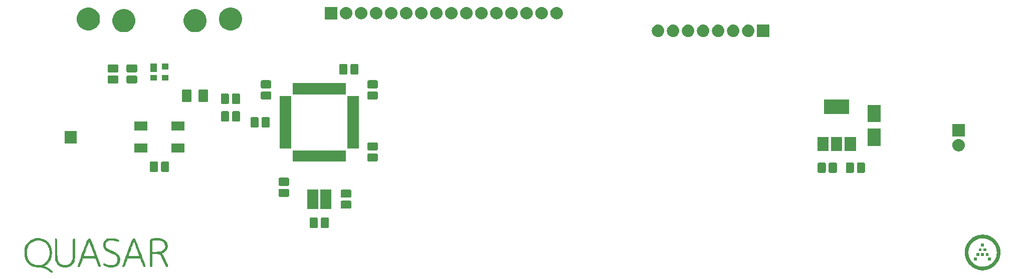
<source format=gts>
G04 #@! TF.GenerationSoftware,KiCad,Pcbnew,(5.1.4)-1*
G04 #@! TF.CreationDate,2020-03-22T23:35:24+09:00*
G04 #@! TF.ProjectId,ssk-controller,73736b2d-636f-46e7-9472-6f6c6c65722e,rev?*
G04 #@! TF.SameCoordinates,Original*
G04 #@! TF.FileFunction,Soldermask,Top*
G04 #@! TF.FilePolarity,Negative*
%FSLAX46Y46*%
G04 Gerber Fmt 4.6, Leading zero omitted, Abs format (unit mm)*
G04 Created by KiCad (PCBNEW (5.1.4)-1) date 2020-03-22 23:35:24*
%MOMM*%
%LPD*%
G04 APERTURE LIST*
%ADD10C,0.010000*%
%ADD11C,0.100000*%
G04 APERTURE END LIST*
D10*
G36*
X254190500Y-93420500D02*
G01*
X253785688Y-93420500D01*
X253785688Y-93015688D01*
X254190500Y-93015688D01*
X254190500Y-93420500D01*
X254190500Y-93420500D01*
G37*
X254190500Y-93420500D02*
X253785688Y-93420500D01*
X253785688Y-93015688D01*
X254190500Y-93015688D01*
X254190500Y-93420500D01*
G36*
X254595313Y-94206313D02*
G01*
X254190500Y-94206313D01*
X254190500Y-93825313D01*
X254595313Y-93825313D01*
X254595313Y-94206313D01*
X254595313Y-94206313D01*
G37*
X254595313Y-94206313D02*
X254190500Y-94206313D01*
X254190500Y-93825313D01*
X254595313Y-93825313D01*
X254595313Y-94206313D01*
G36*
X253785688Y-94206313D02*
G01*
X253404688Y-94206313D01*
X253404688Y-93825313D01*
X253785688Y-93825313D01*
X253785688Y-94206313D01*
X253785688Y-94206313D01*
G37*
X253785688Y-94206313D02*
X253404688Y-94206313D01*
X253404688Y-93825313D01*
X253785688Y-93825313D01*
X253785688Y-94206313D01*
G36*
X254976313Y-95015938D02*
G01*
X254595313Y-95015938D01*
X254595313Y-94611125D01*
X254976313Y-94611125D01*
X254976313Y-95015938D01*
X254976313Y-95015938D01*
G37*
X254976313Y-95015938D02*
X254595313Y-95015938D01*
X254595313Y-94611125D01*
X254976313Y-94611125D01*
X254976313Y-95015938D01*
G36*
X254190500Y-95015938D02*
G01*
X253785688Y-95015938D01*
X253785688Y-94611125D01*
X254190500Y-94611125D01*
X254190500Y-95015938D01*
X254190500Y-95015938D01*
G37*
X254190500Y-95015938D02*
X253785688Y-95015938D01*
X253785688Y-94611125D01*
X254190500Y-94611125D01*
X254190500Y-95015938D01*
G36*
X253404688Y-95015938D02*
G01*
X252999875Y-95015938D01*
X252999875Y-94611125D01*
X253404688Y-94611125D01*
X253404688Y-95015938D01*
X253404688Y-95015938D01*
G37*
X253404688Y-95015938D02*
X252999875Y-95015938D01*
X252999875Y-94611125D01*
X253404688Y-94611125D01*
X253404688Y-95015938D01*
G36*
X255381125Y-95801750D02*
G01*
X254976313Y-95801750D01*
X254976313Y-95396938D01*
X255381125Y-95396938D01*
X255381125Y-95801750D01*
X255381125Y-95801750D01*
G37*
X255381125Y-95801750D02*
X254976313Y-95801750D01*
X254976313Y-95396938D01*
X255381125Y-95396938D01*
X255381125Y-95801750D01*
G36*
X252999875Y-95801750D02*
G01*
X252595063Y-95801750D01*
X252595063Y-95396938D01*
X252999875Y-95396938D01*
X252999875Y-95801750D01*
X252999875Y-95801750D01*
G37*
X252999875Y-95801750D02*
X252595063Y-95801750D01*
X252595063Y-95396938D01*
X252999875Y-95396938D01*
X252999875Y-95801750D01*
G36*
X254003969Y-91528045D02*
G01*
X254128087Y-91529415D01*
X254239799Y-91533572D01*
X254342392Y-91540919D01*
X254439156Y-91551860D01*
X254533378Y-91566798D01*
X254628347Y-91586137D01*
X254727351Y-91610281D01*
X254772630Y-91622418D01*
X254981177Y-91687656D01*
X255183265Y-91766992D01*
X255378128Y-91860028D01*
X255564999Y-91966368D01*
X255743114Y-92085616D01*
X255895260Y-92203617D01*
X256052928Y-92344342D01*
X256200265Y-92495787D01*
X256336586Y-92656885D01*
X256461208Y-92826567D01*
X256573447Y-93003766D01*
X256672620Y-93187416D01*
X256758042Y-93376447D01*
X256829030Y-93569793D01*
X256877784Y-93737803D01*
X256910855Y-93877789D01*
X256936215Y-94009725D01*
X256954607Y-94138997D01*
X256966775Y-94270993D01*
X256973461Y-94411100D01*
X256974114Y-94436500D01*
X256971395Y-94654797D01*
X256953200Y-94869580D01*
X256919535Y-95080821D01*
X256870406Y-95288489D01*
X256805819Y-95492555D01*
X256741622Y-95656487D01*
X256713539Y-95721752D01*
X256689477Y-95775910D01*
X256667608Y-95822613D01*
X256646107Y-95865513D01*
X256623146Y-95908263D01*
X256596900Y-95954515D01*
X256567775Y-96004156D01*
X256448556Y-96190427D01*
X256318452Y-96365153D01*
X256177329Y-96528465D01*
X256025055Y-96680496D01*
X255861497Y-96821380D01*
X255686524Y-96951248D01*
X255504156Y-97067775D01*
X255451327Y-97098744D01*
X255405414Y-97124721D01*
X255362765Y-97147531D01*
X255319728Y-97169001D01*
X255272651Y-97190957D01*
X255217881Y-97215225D01*
X255156487Y-97241622D01*
X255060254Y-97281169D01*
X254971536Y-97314208D01*
X254884422Y-97342695D01*
X254792998Y-97368589D01*
X254710406Y-97389322D01*
X254545890Y-97424876D01*
X254388795Y-97450553D01*
X254234567Y-97466893D01*
X254078649Y-97474436D01*
X253988094Y-97475013D01*
X253936875Y-97474498D01*
X253888754Y-97473793D01*
X253846874Y-97472960D01*
X253814378Y-97472063D01*
X253794410Y-97471165D01*
X253793625Y-97471109D01*
X253577451Y-97447157D01*
X253364694Y-97408170D01*
X253156213Y-97354467D01*
X252952868Y-97286363D01*
X252755516Y-97204176D01*
X252565018Y-97108225D01*
X252382232Y-96998826D01*
X252231276Y-96893796D01*
X252058349Y-96755449D01*
X251897665Y-96607088D01*
X251749451Y-96449039D01*
X251613929Y-96281632D01*
X251491324Y-96105194D01*
X251381861Y-95920052D01*
X251285763Y-95726535D01*
X251203256Y-95524971D01*
X251134563Y-95315688D01*
X251122418Y-95272630D01*
X251096052Y-95170835D01*
X251074667Y-95074511D01*
X251057859Y-94980367D01*
X251045225Y-94885117D01*
X251036360Y-94785470D01*
X251030862Y-94678140D01*
X251028326Y-94559836D01*
X251028045Y-94503969D01*
X251028720Y-94448608D01*
X251560794Y-94448608D01*
X251560897Y-94528746D01*
X251562563Y-94608410D01*
X251565759Y-94683537D01*
X251570456Y-94750060D01*
X251574176Y-94785750D01*
X251606050Y-94983048D01*
X251652701Y-95174663D01*
X251713951Y-95360222D01*
X251789619Y-95539349D01*
X251879527Y-95711669D01*
X251983494Y-95876809D01*
X252101341Y-96034393D01*
X252232888Y-96184047D01*
X252255224Y-96207260D01*
X252389458Y-96334334D01*
X252535160Y-96452270D01*
X252689631Y-96559090D01*
X252850169Y-96652816D01*
X252895958Y-96676504D01*
X252970366Y-96713153D01*
X253035607Y-96743372D01*
X253096104Y-96768940D01*
X253156278Y-96791634D01*
X253220551Y-96813233D01*
X253285625Y-96833227D01*
X253474838Y-96882640D01*
X253660589Y-96917091D01*
X253844327Y-96936714D01*
X254027503Y-96941642D01*
X254211564Y-96932011D01*
X254278106Y-96925031D01*
X254465438Y-96896087D01*
X254645019Y-96854278D01*
X254819357Y-96798854D01*
X254990959Y-96729064D01*
X255087916Y-96682866D01*
X255258548Y-96589447D01*
X255417964Y-96485712D01*
X255566922Y-96370974D01*
X255706179Y-96244550D01*
X255836494Y-96105754D01*
X255958624Y-95953903D01*
X256066892Y-95798259D01*
X256092018Y-95757068D01*
X256121341Y-95704940D01*
X256153041Y-95645496D01*
X256185299Y-95582356D01*
X256216293Y-95519140D01*
X256244206Y-95459467D01*
X256267215Y-95406957D01*
X256280653Y-95373125D01*
X256343520Y-95181584D01*
X256390916Y-94988845D01*
X256422800Y-94795450D01*
X256439130Y-94601940D01*
X256439868Y-94408857D01*
X256424972Y-94216742D01*
X256394402Y-94026136D01*
X256384599Y-93980094D01*
X256350950Y-93843801D01*
X256312642Y-93717618D01*
X256267704Y-93596007D01*
X256214163Y-93473432D01*
X256176504Y-93395958D01*
X256082799Y-93227110D01*
X255975974Y-93066673D01*
X255856798Y-92915368D01*
X255726037Y-92773914D01*
X255584460Y-92643031D01*
X255432834Y-92523440D01*
X255271927Y-92415860D01*
X255102507Y-92321011D01*
X254958325Y-92253480D01*
X254786697Y-92187085D01*
X254614143Y-92135087D01*
X254438656Y-92097078D01*
X254258226Y-92072651D01*
X254070845Y-92061397D01*
X254007938Y-92060507D01*
X253809843Y-92066877D01*
X253618215Y-92087522D01*
X253432281Y-92122673D01*
X253251265Y-92172567D01*
X253074394Y-92237435D01*
X252900894Y-92317513D01*
X252729991Y-92413035D01*
X252629294Y-92477244D01*
X252489861Y-92578772D01*
X252355663Y-92693278D01*
X252228341Y-92818839D01*
X252109535Y-92953531D01*
X252000886Y-93095431D01*
X251904035Y-93242615D01*
X251820622Y-93393161D01*
X251785826Y-93466080D01*
X251724423Y-93610939D01*
X251674192Y-93750178D01*
X251633935Y-93888126D01*
X251602456Y-94029114D01*
X251578556Y-94177471D01*
X251570155Y-94246000D01*
X251565392Y-94303170D01*
X251562282Y-94372061D01*
X251560794Y-94448608D01*
X251028720Y-94448608D01*
X251029790Y-94360973D01*
X251035664Y-94230106D01*
X251046238Y-94108025D01*
X251062085Y-93991385D01*
X251083777Y-93876844D01*
X251111887Y-93761059D01*
X251146986Y-93640687D01*
X251189647Y-93512384D01*
X251205341Y-93468125D01*
X251283726Y-93273406D01*
X251376566Y-93085072D01*
X251483672Y-92903385D01*
X251604852Y-92728608D01*
X251739917Y-92561003D01*
X251888674Y-92400833D01*
X252050933Y-92248360D01*
X252157771Y-92158179D01*
X252243600Y-92092686D01*
X252341139Y-92025360D01*
X252446748Y-91958412D01*
X252556786Y-91894055D01*
X252667613Y-91834500D01*
X252775589Y-91781958D01*
X252781594Y-91779215D01*
X252851554Y-91749342D01*
X252932735Y-91717956D01*
X253020767Y-91686536D01*
X253111279Y-91656562D01*
X253199901Y-91629511D01*
X253282264Y-91606864D01*
X253314150Y-91598971D01*
X253407375Y-91578203D01*
X253496349Y-91561543D01*
X253584353Y-91548652D01*
X253674669Y-91539195D01*
X253770578Y-91532832D01*
X253875360Y-91529228D01*
X253992295Y-91528044D01*
X254003969Y-91528045D01*
X254003969Y-91528045D01*
G37*
X254003969Y-91528045D02*
X254128087Y-91529415D01*
X254239799Y-91533572D01*
X254342392Y-91540919D01*
X254439156Y-91551860D01*
X254533378Y-91566798D01*
X254628347Y-91586137D01*
X254727351Y-91610281D01*
X254772630Y-91622418D01*
X254981177Y-91687656D01*
X255183265Y-91766992D01*
X255378128Y-91860028D01*
X255564999Y-91966368D01*
X255743114Y-92085616D01*
X255895260Y-92203617D01*
X256052928Y-92344342D01*
X256200265Y-92495787D01*
X256336586Y-92656885D01*
X256461208Y-92826567D01*
X256573447Y-93003766D01*
X256672620Y-93187416D01*
X256758042Y-93376447D01*
X256829030Y-93569793D01*
X256877784Y-93737803D01*
X256910855Y-93877789D01*
X256936215Y-94009725D01*
X256954607Y-94138997D01*
X256966775Y-94270993D01*
X256973461Y-94411100D01*
X256974114Y-94436500D01*
X256971395Y-94654797D01*
X256953200Y-94869580D01*
X256919535Y-95080821D01*
X256870406Y-95288489D01*
X256805819Y-95492555D01*
X256741622Y-95656487D01*
X256713539Y-95721752D01*
X256689477Y-95775910D01*
X256667608Y-95822613D01*
X256646107Y-95865513D01*
X256623146Y-95908263D01*
X256596900Y-95954515D01*
X256567775Y-96004156D01*
X256448556Y-96190427D01*
X256318452Y-96365153D01*
X256177329Y-96528465D01*
X256025055Y-96680496D01*
X255861497Y-96821380D01*
X255686524Y-96951248D01*
X255504156Y-97067775D01*
X255451327Y-97098744D01*
X255405414Y-97124721D01*
X255362765Y-97147531D01*
X255319728Y-97169001D01*
X255272651Y-97190957D01*
X255217881Y-97215225D01*
X255156487Y-97241622D01*
X255060254Y-97281169D01*
X254971536Y-97314208D01*
X254884422Y-97342695D01*
X254792998Y-97368589D01*
X254710406Y-97389322D01*
X254545890Y-97424876D01*
X254388795Y-97450553D01*
X254234567Y-97466893D01*
X254078649Y-97474436D01*
X253988094Y-97475013D01*
X253936875Y-97474498D01*
X253888754Y-97473793D01*
X253846874Y-97472960D01*
X253814378Y-97472063D01*
X253794410Y-97471165D01*
X253793625Y-97471109D01*
X253577451Y-97447157D01*
X253364694Y-97408170D01*
X253156213Y-97354467D01*
X252952868Y-97286363D01*
X252755516Y-97204176D01*
X252565018Y-97108225D01*
X252382232Y-96998826D01*
X252231276Y-96893796D01*
X252058349Y-96755449D01*
X251897665Y-96607088D01*
X251749451Y-96449039D01*
X251613929Y-96281632D01*
X251491324Y-96105194D01*
X251381861Y-95920052D01*
X251285763Y-95726535D01*
X251203256Y-95524971D01*
X251134563Y-95315688D01*
X251122418Y-95272630D01*
X251096052Y-95170835D01*
X251074667Y-95074511D01*
X251057859Y-94980367D01*
X251045225Y-94885117D01*
X251036360Y-94785470D01*
X251030862Y-94678140D01*
X251028326Y-94559836D01*
X251028045Y-94503969D01*
X251028720Y-94448608D01*
X251560794Y-94448608D01*
X251560897Y-94528746D01*
X251562563Y-94608410D01*
X251565759Y-94683537D01*
X251570456Y-94750060D01*
X251574176Y-94785750D01*
X251606050Y-94983048D01*
X251652701Y-95174663D01*
X251713951Y-95360222D01*
X251789619Y-95539349D01*
X251879527Y-95711669D01*
X251983494Y-95876809D01*
X252101341Y-96034393D01*
X252232888Y-96184047D01*
X252255224Y-96207260D01*
X252389458Y-96334334D01*
X252535160Y-96452270D01*
X252689631Y-96559090D01*
X252850169Y-96652816D01*
X252895958Y-96676504D01*
X252970366Y-96713153D01*
X253035607Y-96743372D01*
X253096104Y-96768940D01*
X253156278Y-96791634D01*
X253220551Y-96813233D01*
X253285625Y-96833227D01*
X253474838Y-96882640D01*
X253660589Y-96917091D01*
X253844327Y-96936714D01*
X254027503Y-96941642D01*
X254211564Y-96932011D01*
X254278106Y-96925031D01*
X254465438Y-96896087D01*
X254645019Y-96854278D01*
X254819357Y-96798854D01*
X254990959Y-96729064D01*
X255087916Y-96682866D01*
X255258548Y-96589447D01*
X255417964Y-96485712D01*
X255566922Y-96370974D01*
X255706179Y-96244550D01*
X255836494Y-96105754D01*
X255958624Y-95953903D01*
X256066892Y-95798259D01*
X256092018Y-95757068D01*
X256121341Y-95704940D01*
X256153041Y-95645496D01*
X256185299Y-95582356D01*
X256216293Y-95519140D01*
X256244206Y-95459467D01*
X256267215Y-95406957D01*
X256280653Y-95373125D01*
X256343520Y-95181584D01*
X256390916Y-94988845D01*
X256422800Y-94795450D01*
X256439130Y-94601940D01*
X256439868Y-94408857D01*
X256424972Y-94216742D01*
X256394402Y-94026136D01*
X256384599Y-93980094D01*
X256350950Y-93843801D01*
X256312642Y-93717618D01*
X256267704Y-93596007D01*
X256214163Y-93473432D01*
X256176504Y-93395958D01*
X256082799Y-93227110D01*
X255975974Y-93066673D01*
X255856798Y-92915368D01*
X255726037Y-92773914D01*
X255584460Y-92643031D01*
X255432834Y-92523440D01*
X255271927Y-92415860D01*
X255102507Y-92321011D01*
X254958325Y-92253480D01*
X254786697Y-92187085D01*
X254614143Y-92135087D01*
X254438656Y-92097078D01*
X254258226Y-92072651D01*
X254070845Y-92061397D01*
X254007938Y-92060507D01*
X253809843Y-92066877D01*
X253618215Y-92087522D01*
X253432281Y-92122673D01*
X253251265Y-92172567D01*
X253074394Y-92237435D01*
X252900894Y-92317513D01*
X252729991Y-92413035D01*
X252629294Y-92477244D01*
X252489861Y-92578772D01*
X252355663Y-92693278D01*
X252228341Y-92818839D01*
X252109535Y-92953531D01*
X252000886Y-93095431D01*
X251904035Y-93242615D01*
X251820622Y-93393161D01*
X251785826Y-93466080D01*
X251724423Y-93610939D01*
X251674192Y-93750178D01*
X251633935Y-93888126D01*
X251602456Y-94029114D01*
X251578556Y-94177471D01*
X251570155Y-94246000D01*
X251565392Y-94303170D01*
X251562282Y-94372061D01*
X251560794Y-94448608D01*
X251028720Y-94448608D01*
X251029790Y-94360973D01*
X251035664Y-94230106D01*
X251046238Y-94108025D01*
X251062085Y-93991385D01*
X251083777Y-93876844D01*
X251111887Y-93761059D01*
X251146986Y-93640687D01*
X251189647Y-93512384D01*
X251205341Y-93468125D01*
X251283726Y-93273406D01*
X251376566Y-93085072D01*
X251483672Y-92903385D01*
X251604852Y-92728608D01*
X251739917Y-92561003D01*
X251888674Y-92400833D01*
X252050933Y-92248360D01*
X252157771Y-92158179D01*
X252243600Y-92092686D01*
X252341139Y-92025360D01*
X252446748Y-91958412D01*
X252556786Y-91894055D01*
X252667613Y-91834500D01*
X252775589Y-91781958D01*
X252781594Y-91779215D01*
X252851554Y-91749342D01*
X252932735Y-91717956D01*
X253020767Y-91686536D01*
X253111279Y-91656562D01*
X253199901Y-91629511D01*
X253282264Y-91606864D01*
X253314150Y-91598971D01*
X253407375Y-91578203D01*
X253496349Y-91561543D01*
X253584353Y-91548652D01*
X253674669Y-91539195D01*
X253770578Y-91532832D01*
X253875360Y-91529228D01*
X253992295Y-91528044D01*
X254003969Y-91528045D01*
G36*
X114825576Y-92124450D02*
G01*
X115280219Y-92194973D01*
X115651774Y-92323875D01*
X115940418Y-92511314D01*
X116146324Y-92757445D01*
X116269669Y-93062425D01*
X116310626Y-93426410D01*
X116310462Y-93450600D01*
X116259690Y-93790793D01*
X116122813Y-94087763D01*
X115908919Y-94329051D01*
X115627094Y-94502200D01*
X115512047Y-94545047D01*
X115380139Y-94587604D01*
X115297532Y-94615787D01*
X115285639Y-94620630D01*
X115309222Y-94658458D01*
X115384184Y-94746014D01*
X115443412Y-94810241D01*
X115518073Y-94914483D01*
X115620359Y-95091612D01*
X115741250Y-95322223D01*
X115871724Y-95586910D01*
X116002760Y-95866270D01*
X116125338Y-96140897D01*
X116230436Y-96391386D01*
X116309033Y-96598332D01*
X116352109Y-96742331D01*
X116357255Y-96776009D01*
X116327355Y-96883182D01*
X116241052Y-96927267D01*
X116130926Y-96894208D01*
X116113612Y-96881104D01*
X116071715Y-96817101D01*
X115998960Y-96675688D01*
X115903216Y-96473390D01*
X115792347Y-96226726D01*
X115696953Y-96005973D01*
X115521603Y-95610061D01*
X115368317Y-95299406D01*
X115239473Y-95078607D01*
X115167838Y-94983041D01*
X114985877Y-94777555D01*
X114367738Y-94755516D01*
X113749600Y-94733477D01*
X113749600Y-95733678D01*
X113746912Y-96082968D01*
X113739273Y-96381311D01*
X113727323Y-96615381D01*
X113711698Y-96771850D01*
X113697012Y-96832139D01*
X113612292Y-96910092D01*
X113501535Y-96930069D01*
X113427866Y-96896533D01*
X113420792Y-96840206D01*
X113414218Y-96692757D01*
X113408302Y-96464660D01*
X113403201Y-96166393D01*
X113399071Y-95808431D01*
X113396070Y-95401250D01*
X113394353Y-94955327D01*
X113394000Y-94633624D01*
X113394000Y-92473809D01*
X113749600Y-92473809D01*
X113749600Y-94452968D01*
X114422700Y-94427418D01*
X114693000Y-94413233D01*
X114943638Y-94393004D01*
X115148134Y-94369330D01*
X115280008Y-94344809D01*
X115287688Y-94342563D01*
X115500188Y-94240377D01*
X115703310Y-94081304D01*
X115861656Y-93896132D01*
X115916166Y-93795925D01*
X115980231Y-93524625D01*
X115962483Y-93243167D01*
X115870410Y-92978603D01*
X115711501Y-92757985D01*
X115604286Y-92669168D01*
X115352094Y-92545980D01*
X115027482Y-92460502D01*
X114653612Y-92415991D01*
X114253642Y-92415704D01*
X113985290Y-92441504D01*
X113749600Y-92473809D01*
X113394000Y-92473809D01*
X113394000Y-92404581D01*
X113513669Y-92284912D01*
X113650102Y-92205828D01*
X113869823Y-92148584D01*
X114156477Y-92115182D01*
X114493706Y-92107621D01*
X114825576Y-92124450D01*
X114825576Y-92124450D01*
G37*
X114825576Y-92124450D02*
X115280219Y-92194973D01*
X115651774Y-92323875D01*
X115940418Y-92511314D01*
X116146324Y-92757445D01*
X116269669Y-93062425D01*
X116310626Y-93426410D01*
X116310462Y-93450600D01*
X116259690Y-93790793D01*
X116122813Y-94087763D01*
X115908919Y-94329051D01*
X115627094Y-94502200D01*
X115512047Y-94545047D01*
X115380139Y-94587604D01*
X115297532Y-94615787D01*
X115285639Y-94620630D01*
X115309222Y-94658458D01*
X115384184Y-94746014D01*
X115443412Y-94810241D01*
X115518073Y-94914483D01*
X115620359Y-95091612D01*
X115741250Y-95322223D01*
X115871724Y-95586910D01*
X116002760Y-95866270D01*
X116125338Y-96140897D01*
X116230436Y-96391386D01*
X116309033Y-96598332D01*
X116352109Y-96742331D01*
X116357255Y-96776009D01*
X116327355Y-96883182D01*
X116241052Y-96927267D01*
X116130926Y-96894208D01*
X116113612Y-96881104D01*
X116071715Y-96817101D01*
X115998960Y-96675688D01*
X115903216Y-96473390D01*
X115792347Y-96226726D01*
X115696953Y-96005973D01*
X115521603Y-95610061D01*
X115368317Y-95299406D01*
X115239473Y-95078607D01*
X115167838Y-94983041D01*
X114985877Y-94777555D01*
X114367738Y-94755516D01*
X113749600Y-94733477D01*
X113749600Y-95733678D01*
X113746912Y-96082968D01*
X113739273Y-96381311D01*
X113727323Y-96615381D01*
X113711698Y-96771850D01*
X113697012Y-96832139D01*
X113612292Y-96910092D01*
X113501535Y-96930069D01*
X113427866Y-96896533D01*
X113420792Y-96840206D01*
X113414218Y-96692757D01*
X113408302Y-96464660D01*
X113403201Y-96166393D01*
X113399071Y-95808431D01*
X113396070Y-95401250D01*
X113394353Y-94955327D01*
X113394000Y-94633624D01*
X113394000Y-92473809D01*
X113749600Y-92473809D01*
X113749600Y-94452968D01*
X114422700Y-94427418D01*
X114693000Y-94413233D01*
X114943638Y-94393004D01*
X115148134Y-94369330D01*
X115280008Y-94344809D01*
X115287688Y-94342563D01*
X115500188Y-94240377D01*
X115703310Y-94081304D01*
X115861656Y-93896132D01*
X115916166Y-93795925D01*
X115980231Y-93524625D01*
X115962483Y-93243167D01*
X115870410Y-92978603D01*
X115711501Y-92757985D01*
X115604286Y-92669168D01*
X115352094Y-92545980D01*
X115027482Y-92460502D01*
X114653612Y-92415991D01*
X114253642Y-92415704D01*
X113985290Y-92441504D01*
X113749600Y-92473809D01*
X113394000Y-92473809D01*
X113394000Y-92404581D01*
X113513669Y-92284912D01*
X113650102Y-92205828D01*
X113869823Y-92148584D01*
X114156477Y-92115182D01*
X114493706Y-92107621D01*
X114825576Y-92124450D01*
G36*
X110706539Y-92172194D02*
G01*
X110760511Y-92202768D01*
X110818265Y-92267429D01*
X110883577Y-92373414D01*
X110960222Y-92527962D01*
X111051972Y-92738311D01*
X111162604Y-93011699D01*
X111295891Y-93355365D01*
X111455607Y-93776546D01*
X111645527Y-94282482D01*
X111738793Y-94531564D01*
X111909173Y-94989700D01*
X112066826Y-95419511D01*
X112208434Y-95811527D01*
X112330679Y-96156277D01*
X112430243Y-96444292D01*
X112503809Y-96666101D01*
X112548057Y-96812235D01*
X112559671Y-96873223D01*
X112559422Y-96873738D01*
X112476518Y-96925684D01*
X112363345Y-96912785D01*
X112270211Y-96846743D01*
X112227733Y-96769140D01*
X112160841Y-96616269D01*
X112078115Y-96408953D01*
X111988138Y-96168016D01*
X111971891Y-96122843D01*
X111743000Y-95482600D01*
X109560801Y-95482600D01*
X109318387Y-96137810D01*
X109225421Y-96383094D01*
X109140173Y-96597093D01*
X109070828Y-96760015D01*
X109025574Y-96852068D01*
X109018966Y-96861710D01*
X108923661Y-96919990D01*
X108813225Y-96922681D01*
X108743727Y-96876246D01*
X108754260Y-96819172D01*
X108797416Y-96676551D01*
X108869877Y-96457865D01*
X108968324Y-96172595D01*
X109089439Y-95830225D01*
X109229904Y-95440237D01*
X109358332Y-95088900D01*
X109699021Y-95088900D01*
X109712029Y-95112108D01*
X109778302Y-95129288D01*
X109908342Y-95141161D01*
X110112650Y-95148454D01*
X110401727Y-95151889D01*
X110619964Y-95152400D01*
X110970048Y-95150754D01*
X111228921Y-95145356D01*
X111406926Y-95135510D01*
X111514406Y-95120522D01*
X111561703Y-95099699D01*
X111566113Y-95088900D01*
X111549882Y-95022743D01*
X111504241Y-94879575D01*
X111434739Y-94674646D01*
X111346925Y-94423205D01*
X111246351Y-94140502D01*
X111138566Y-93841786D01*
X111029119Y-93542308D01*
X110923560Y-93257316D01*
X110827439Y-93002060D01*
X110746307Y-92791790D01*
X110685712Y-92641755D01*
X110651205Y-92567206D01*
X110646406Y-92561764D01*
X110621794Y-92607454D01*
X110567888Y-92736205D01*
X110489570Y-92935397D01*
X110391719Y-93192411D01*
X110279219Y-93494626D01*
X110169962Y-93793500D01*
X110048105Y-94129462D01*
X109937024Y-94435461D01*
X109841619Y-94698028D01*
X109766785Y-94903691D01*
X109717419Y-95038980D01*
X109699021Y-95088900D01*
X109358332Y-95088900D01*
X109386401Y-95012113D01*
X109555612Y-94555337D01*
X109559514Y-94544873D01*
X109760084Y-94008495D01*
X109929195Y-93559941D01*
X110070043Y-93191526D01*
X110185822Y-92895569D01*
X110279728Y-92664385D01*
X110354958Y-92490291D01*
X110414708Y-92365604D01*
X110462172Y-92282641D01*
X110500547Y-92233717D01*
X110529583Y-92212607D01*
X110594850Y-92184352D01*
X110652577Y-92168468D01*
X110706539Y-92172194D01*
X110706539Y-92172194D01*
G37*
X110706539Y-92172194D02*
X110760511Y-92202768D01*
X110818265Y-92267429D01*
X110883577Y-92373414D01*
X110960222Y-92527962D01*
X111051972Y-92738311D01*
X111162604Y-93011699D01*
X111295891Y-93355365D01*
X111455607Y-93776546D01*
X111645527Y-94282482D01*
X111738793Y-94531564D01*
X111909173Y-94989700D01*
X112066826Y-95419511D01*
X112208434Y-95811527D01*
X112330679Y-96156277D01*
X112430243Y-96444292D01*
X112503809Y-96666101D01*
X112548057Y-96812235D01*
X112559671Y-96873223D01*
X112559422Y-96873738D01*
X112476518Y-96925684D01*
X112363345Y-96912785D01*
X112270211Y-96846743D01*
X112227733Y-96769140D01*
X112160841Y-96616269D01*
X112078115Y-96408953D01*
X111988138Y-96168016D01*
X111971891Y-96122843D01*
X111743000Y-95482600D01*
X109560801Y-95482600D01*
X109318387Y-96137810D01*
X109225421Y-96383094D01*
X109140173Y-96597093D01*
X109070828Y-96760015D01*
X109025574Y-96852068D01*
X109018966Y-96861710D01*
X108923661Y-96919990D01*
X108813225Y-96922681D01*
X108743727Y-96876246D01*
X108754260Y-96819172D01*
X108797416Y-96676551D01*
X108869877Y-96457865D01*
X108968324Y-96172595D01*
X109089439Y-95830225D01*
X109229904Y-95440237D01*
X109358332Y-95088900D01*
X109699021Y-95088900D01*
X109712029Y-95112108D01*
X109778302Y-95129288D01*
X109908342Y-95141161D01*
X110112650Y-95148454D01*
X110401727Y-95151889D01*
X110619964Y-95152400D01*
X110970048Y-95150754D01*
X111228921Y-95145356D01*
X111406926Y-95135510D01*
X111514406Y-95120522D01*
X111561703Y-95099699D01*
X111566113Y-95088900D01*
X111549882Y-95022743D01*
X111504241Y-94879575D01*
X111434739Y-94674646D01*
X111346925Y-94423205D01*
X111246351Y-94140502D01*
X111138566Y-93841786D01*
X111029119Y-93542308D01*
X110923560Y-93257316D01*
X110827439Y-93002060D01*
X110746307Y-92791790D01*
X110685712Y-92641755D01*
X110651205Y-92567206D01*
X110646406Y-92561764D01*
X110621794Y-92607454D01*
X110567888Y-92736205D01*
X110489570Y-92935397D01*
X110391719Y-93192411D01*
X110279219Y-93494626D01*
X110169962Y-93793500D01*
X110048105Y-94129462D01*
X109937024Y-94435461D01*
X109841619Y-94698028D01*
X109766785Y-94903691D01*
X109717419Y-95038980D01*
X109699021Y-95088900D01*
X109358332Y-95088900D01*
X109386401Y-95012113D01*
X109555612Y-94555337D01*
X109559514Y-94544873D01*
X109760084Y-94008495D01*
X109929195Y-93559941D01*
X110070043Y-93191526D01*
X110185822Y-92895569D01*
X110279728Y-92664385D01*
X110354958Y-92490291D01*
X110414708Y-92365604D01*
X110462172Y-92282641D01*
X110500547Y-92233717D01*
X110529583Y-92212607D01*
X110594850Y-92184352D01*
X110652577Y-92168468D01*
X110706539Y-92172194D01*
G36*
X103124802Y-92165680D02*
G01*
X103185571Y-92181352D01*
X103185797Y-92181424D01*
X103216285Y-92191946D01*
X103244581Y-92207932D01*
X103273948Y-92237118D01*
X103307645Y-92287241D01*
X103348934Y-92366039D01*
X103401077Y-92481248D01*
X103467335Y-92640605D01*
X103550970Y-92851847D01*
X103655242Y-93122711D01*
X103783414Y-93460934D01*
X103938746Y-93874253D01*
X104124500Y-94370404D01*
X104250223Y-94706556D01*
X104412118Y-95142966D01*
X104561171Y-95551567D01*
X104693875Y-95922242D01*
X104806722Y-96244873D01*
X104896206Y-96509343D01*
X104958820Y-96705534D01*
X104991057Y-96823327D01*
X104994144Y-96852856D01*
X104925185Y-96920110D01*
X104821576Y-96919459D01*
X104720006Y-96855338D01*
X104690094Y-96816100D01*
X104646785Y-96725794D01*
X104579341Y-96561897D01*
X104496644Y-96346902D01*
X104407579Y-96103303D01*
X104398772Y-96078539D01*
X104177697Y-95455278D01*
X103090297Y-95468939D01*
X102002898Y-95482600D01*
X101741884Y-96193800D01*
X101639334Y-96469747D01*
X101562376Y-96664327D01*
X101503089Y-96792084D01*
X101453557Y-96867566D01*
X101405859Y-96905319D01*
X101352078Y-96919889D01*
X101346233Y-96920611D01*
X101235532Y-96915482D01*
X101180668Y-96886182D01*
X101191689Y-96829927D01*
X101235280Y-96688111D01*
X101308106Y-96470217D01*
X101406835Y-96185731D01*
X101528133Y-95844136D01*
X101668666Y-95454916D01*
X101803432Y-95086755D01*
X102167200Y-95086755D01*
X102188755Y-95110827D01*
X102260818Y-95128603D01*
X102394485Y-95140855D01*
X102600852Y-95148355D01*
X102891015Y-95151876D01*
X103110423Y-95152400D01*
X103441597Y-95151786D01*
X103684196Y-95149104D01*
X103851239Y-95143086D01*
X103955747Y-95132468D01*
X104010742Y-95115985D01*
X104029243Y-95092372D01*
X104025303Y-95063500D01*
X103957408Y-94859713D01*
X103869297Y-94608898D01*
X103766398Y-94325145D01*
X103654140Y-94022547D01*
X103537953Y-93715196D01*
X103423265Y-93417186D01*
X103315506Y-93142607D01*
X103220103Y-92905553D01*
X103142488Y-92720115D01*
X103088087Y-92600387D01*
X103062331Y-92560460D01*
X103061459Y-92561600D01*
X102931097Y-92915341D01*
X102797809Y-93280819D01*
X102666186Y-93645073D01*
X102540817Y-93995144D01*
X102426292Y-94318072D01*
X102327200Y-94600898D01*
X102248130Y-94830662D01*
X102193673Y-94994405D01*
X102168417Y-95079167D01*
X102167200Y-95086755D01*
X101803432Y-95086755D01*
X101825103Y-95027555D01*
X101994108Y-94571538D01*
X101995124Y-94568813D01*
X102199942Y-94020534D01*
X102373343Y-93560258D01*
X102518992Y-93180639D01*
X102640552Y-92874330D01*
X102741688Y-92633984D01*
X102826065Y-92452253D01*
X102897346Y-92321790D01*
X102959196Y-92235249D01*
X103015279Y-92185282D01*
X103069260Y-92164541D01*
X103124802Y-92165680D01*
X103124802Y-92165680D01*
G37*
X103124802Y-92165680D02*
X103185571Y-92181352D01*
X103185797Y-92181424D01*
X103216285Y-92191946D01*
X103244581Y-92207932D01*
X103273948Y-92237118D01*
X103307645Y-92287241D01*
X103348934Y-92366039D01*
X103401077Y-92481248D01*
X103467335Y-92640605D01*
X103550970Y-92851847D01*
X103655242Y-93122711D01*
X103783414Y-93460934D01*
X103938746Y-93874253D01*
X104124500Y-94370404D01*
X104250223Y-94706556D01*
X104412118Y-95142966D01*
X104561171Y-95551567D01*
X104693875Y-95922242D01*
X104806722Y-96244873D01*
X104896206Y-96509343D01*
X104958820Y-96705534D01*
X104991057Y-96823327D01*
X104994144Y-96852856D01*
X104925185Y-96920110D01*
X104821576Y-96919459D01*
X104720006Y-96855338D01*
X104690094Y-96816100D01*
X104646785Y-96725794D01*
X104579341Y-96561897D01*
X104496644Y-96346902D01*
X104407579Y-96103303D01*
X104398772Y-96078539D01*
X104177697Y-95455278D01*
X103090297Y-95468939D01*
X102002898Y-95482600D01*
X101741884Y-96193800D01*
X101639334Y-96469747D01*
X101562376Y-96664327D01*
X101503089Y-96792084D01*
X101453557Y-96867566D01*
X101405859Y-96905319D01*
X101352078Y-96919889D01*
X101346233Y-96920611D01*
X101235532Y-96915482D01*
X101180668Y-96886182D01*
X101191689Y-96829927D01*
X101235280Y-96688111D01*
X101308106Y-96470217D01*
X101406835Y-96185731D01*
X101528133Y-95844136D01*
X101668666Y-95454916D01*
X101803432Y-95086755D01*
X102167200Y-95086755D01*
X102188755Y-95110827D01*
X102260818Y-95128603D01*
X102394485Y-95140855D01*
X102600852Y-95148355D01*
X102891015Y-95151876D01*
X103110423Y-95152400D01*
X103441597Y-95151786D01*
X103684196Y-95149104D01*
X103851239Y-95143086D01*
X103955747Y-95132468D01*
X104010742Y-95115985D01*
X104029243Y-95092372D01*
X104025303Y-95063500D01*
X103957408Y-94859713D01*
X103869297Y-94608898D01*
X103766398Y-94325145D01*
X103654140Y-94022547D01*
X103537953Y-93715196D01*
X103423265Y-93417186D01*
X103315506Y-93142607D01*
X103220103Y-92905553D01*
X103142488Y-92720115D01*
X103088087Y-92600387D01*
X103062331Y-92560460D01*
X103061459Y-92561600D01*
X102931097Y-92915341D01*
X102797809Y-93280819D01*
X102666186Y-93645073D01*
X102540817Y-93995144D01*
X102426292Y-94318072D01*
X102327200Y-94600898D01*
X102248130Y-94830662D01*
X102193673Y-94994405D01*
X102168417Y-95079167D01*
X102167200Y-95086755D01*
X101803432Y-95086755D01*
X101825103Y-95027555D01*
X101994108Y-94571538D01*
X101995124Y-94568813D01*
X102199942Y-94020534D01*
X102373343Y-93560258D01*
X102518992Y-93180639D01*
X102640552Y-92874330D01*
X102741688Y-92633984D01*
X102826065Y-92452253D01*
X102897346Y-92321790D01*
X102959196Y-92235249D01*
X103015279Y-92185282D01*
X103069260Y-92164541D01*
X103124802Y-92165680D01*
G36*
X107207358Y-92147663D02*
G01*
X107496547Y-92186691D01*
X107746922Y-92244927D01*
X107946241Y-92317774D01*
X108082261Y-92400630D01*
X108142740Y-92488895D01*
X108115433Y-92577970D01*
X108105604Y-92588567D01*
X108052884Y-92625813D01*
X107981369Y-92631124D01*
X107863720Y-92602162D01*
X107727999Y-92556272D01*
X107448354Y-92481050D01*
X107134568Y-92433905D01*
X106823381Y-92417671D01*
X106551534Y-92435181D01*
X106443018Y-92457157D01*
X106265008Y-92531566D01*
X106087355Y-92644931D01*
X106040392Y-92684295D01*
X105933902Y-92793104D01*
X105875609Y-92896799D01*
X105847612Y-93036703D01*
X105838174Y-93151137D01*
X105857372Y-93438112D01*
X105958237Y-93684656D01*
X106145128Y-93895571D01*
X106422402Y-94075657D01*
X106794419Y-94229716D01*
X106827183Y-94240659D01*
X107282127Y-94413281D01*
X107642339Y-94603468D01*
X107914082Y-94817698D01*
X108103616Y-95062452D01*
X108217205Y-95344210D01*
X108261109Y-95669451D01*
X108262084Y-95725531D01*
X108226988Y-96091022D01*
X108116108Y-96392056D01*
X107924943Y-96636570D01*
X107648994Y-96832502D01*
X107628200Y-96843648D01*
X107412408Y-96919225D01*
X107129506Y-96964023D01*
X106809321Y-96977681D01*
X106481681Y-96959839D01*
X106176416Y-96910134D01*
X106011597Y-96863203D01*
X105745395Y-96752878D01*
X105568749Y-96640010D01*
X105485948Y-96528015D01*
X105488173Y-96446229D01*
X105522379Y-96397854D01*
X105586421Y-96383140D01*
X105696425Y-96404895D01*
X105868513Y-96465929D01*
X106066610Y-96546981D01*
X106283557Y-96625799D01*
X106490439Y-96667412D01*
X106738370Y-96681412D01*
X106784711Y-96681729D01*
X107163720Y-96654123D01*
X107461474Y-96567450D01*
X107681451Y-96418706D01*
X107827128Y-96204885D01*
X107901983Y-95922984D01*
X107914330Y-95705719D01*
X107898335Y-95479313D01*
X107846066Y-95287111D01*
X107747564Y-95120025D01*
X107592870Y-94968969D01*
X107372024Y-94824854D01*
X107075067Y-94678593D01*
X106692039Y-94521100D01*
X106561400Y-94471260D01*
X106178357Y-94296066D01*
X105885497Y-94090627D01*
X105674155Y-93848194D01*
X105602932Y-93724418D01*
X105493612Y-93404623D01*
X105480957Y-93089853D01*
X105562603Y-92793169D01*
X105736184Y-92527636D01*
X105837868Y-92426841D01*
X106019043Y-92292755D01*
X106217020Y-92203682D01*
X106456330Y-92152769D01*
X106761507Y-92133162D01*
X106891600Y-92132444D01*
X107207358Y-92147663D01*
X107207358Y-92147663D01*
G37*
X107207358Y-92147663D02*
X107496547Y-92186691D01*
X107746922Y-92244927D01*
X107946241Y-92317774D01*
X108082261Y-92400630D01*
X108142740Y-92488895D01*
X108115433Y-92577970D01*
X108105604Y-92588567D01*
X108052884Y-92625813D01*
X107981369Y-92631124D01*
X107863720Y-92602162D01*
X107727999Y-92556272D01*
X107448354Y-92481050D01*
X107134568Y-92433905D01*
X106823381Y-92417671D01*
X106551534Y-92435181D01*
X106443018Y-92457157D01*
X106265008Y-92531566D01*
X106087355Y-92644931D01*
X106040392Y-92684295D01*
X105933902Y-92793104D01*
X105875609Y-92896799D01*
X105847612Y-93036703D01*
X105838174Y-93151137D01*
X105857372Y-93438112D01*
X105958237Y-93684656D01*
X106145128Y-93895571D01*
X106422402Y-94075657D01*
X106794419Y-94229716D01*
X106827183Y-94240659D01*
X107282127Y-94413281D01*
X107642339Y-94603468D01*
X107914082Y-94817698D01*
X108103616Y-95062452D01*
X108217205Y-95344210D01*
X108261109Y-95669451D01*
X108262084Y-95725531D01*
X108226988Y-96091022D01*
X108116108Y-96392056D01*
X107924943Y-96636570D01*
X107648994Y-96832502D01*
X107628200Y-96843648D01*
X107412408Y-96919225D01*
X107129506Y-96964023D01*
X106809321Y-96977681D01*
X106481681Y-96959839D01*
X106176416Y-96910134D01*
X106011597Y-96863203D01*
X105745395Y-96752878D01*
X105568749Y-96640010D01*
X105485948Y-96528015D01*
X105488173Y-96446229D01*
X105522379Y-96397854D01*
X105586421Y-96383140D01*
X105696425Y-96404895D01*
X105868513Y-96465929D01*
X106066610Y-96546981D01*
X106283557Y-96625799D01*
X106490439Y-96667412D01*
X106738370Y-96681412D01*
X106784711Y-96681729D01*
X107163720Y-96654123D01*
X107461474Y-96567450D01*
X107681451Y-96418706D01*
X107827128Y-96204885D01*
X107901983Y-95922984D01*
X107914330Y-95705719D01*
X107898335Y-95479313D01*
X107846066Y-95287111D01*
X107747564Y-95120025D01*
X107592870Y-94968969D01*
X107372024Y-94824854D01*
X107075067Y-94678593D01*
X106692039Y-94521100D01*
X106561400Y-94471260D01*
X106178357Y-94296066D01*
X105885497Y-94090627D01*
X105674155Y-93848194D01*
X105602932Y-93724418D01*
X105493612Y-93404623D01*
X105480957Y-93089853D01*
X105562603Y-92793169D01*
X105736184Y-92527636D01*
X105837868Y-92426841D01*
X106019043Y-92292755D01*
X106217020Y-92203682D01*
X106456330Y-92152769D01*
X106761507Y-92133162D01*
X106891600Y-92132444D01*
X107207358Y-92147663D01*
G36*
X100593459Y-92180586D02*
G01*
X100640109Y-92227676D01*
X100657488Y-92278323D01*
X100670738Y-92388108D01*
X100680032Y-92564283D01*
X100685541Y-92814103D01*
X100687439Y-93144821D01*
X100685896Y-93563691D01*
X100682025Y-93992976D01*
X100676228Y-94469564D01*
X100669738Y-94856142D01*
X100661927Y-95164302D01*
X100652167Y-95405636D01*
X100639831Y-95591733D01*
X100624289Y-95734184D01*
X100604916Y-95844582D01*
X100581081Y-95934515D01*
X100575993Y-95950258D01*
X100407596Y-96303239D01*
X100160134Y-96596252D01*
X99881562Y-96797377D01*
X99741410Y-96871034D01*
X99617404Y-96918278D01*
X99478492Y-96945794D01*
X99293624Y-96960266D01*
X99094162Y-96966884D01*
X98744791Y-96964101D01*
X98477167Y-96934937D01*
X98337653Y-96900677D01*
X98058504Y-96762893D01*
X97804426Y-96545321D01*
X97595570Y-96269652D01*
X97452087Y-95957579D01*
X97447233Y-95942195D01*
X97418169Y-95842104D01*
X97394936Y-95742027D01*
X97376888Y-95629540D01*
X97363377Y-95492220D01*
X97353755Y-95317646D01*
X97347374Y-95093392D01*
X97343588Y-94807037D01*
X97341749Y-94446157D01*
X97341209Y-93998329D01*
X97341200Y-93907884D01*
X97341714Y-93441809D01*
X97343549Y-93067451D01*
X97347141Y-92774931D01*
X97352929Y-92554369D01*
X97361351Y-92395888D01*
X97372843Y-92289607D01*
X97387844Y-92225647D01*
X97406790Y-92194129D01*
X97417399Y-92187629D01*
X97474968Y-92168048D01*
X97521552Y-92164302D01*
X97558474Y-92185785D01*
X97587058Y-92241889D01*
X97608627Y-92342007D01*
X97624502Y-92495531D01*
X97636008Y-92711856D01*
X97644467Y-93000373D01*
X97651202Y-93370476D01*
X97657536Y-93831558D01*
X97658400Y-93898766D01*
X97665864Y-94413757D01*
X97675054Y-94838251D01*
X97687863Y-95183349D01*
X97706185Y-95460153D01*
X97731914Y-95679766D01*
X97766943Y-95853289D01*
X97813166Y-95991826D01*
X97872477Y-96106477D01*
X97946770Y-96208346D01*
X98037938Y-96308533D01*
X98076018Y-96347092D01*
X98256019Y-96500462D01*
X98447603Y-96600186D01*
X98677923Y-96655471D01*
X98974134Y-96675521D01*
X99046590Y-96676116D01*
X99416825Y-96638561D01*
X99722733Y-96523840D01*
X99968485Y-96329830D01*
X100115703Y-96131220D01*
X100209143Y-95950811D01*
X100280457Y-95770582D01*
X100305644Y-95674020D01*
X100313544Y-95576240D01*
X100320760Y-95391083D01*
X100327033Y-95132769D01*
X100332106Y-94815519D01*
X100335721Y-94453554D01*
X100337619Y-94061096D01*
X100337840Y-93898728D01*
X100338558Y-93448151D01*
X100340701Y-93088487D01*
X100344786Y-92809051D01*
X100351330Y-92599161D01*
X100360849Y-92448134D01*
X100373858Y-92345285D01*
X100390874Y-92279931D01*
X100412414Y-92241390D01*
X100418228Y-92235028D01*
X100514981Y-92163626D01*
X100593459Y-92180586D01*
X100593459Y-92180586D01*
G37*
X100593459Y-92180586D02*
X100640109Y-92227676D01*
X100657488Y-92278323D01*
X100670738Y-92388108D01*
X100680032Y-92564283D01*
X100685541Y-92814103D01*
X100687439Y-93144821D01*
X100685896Y-93563691D01*
X100682025Y-93992976D01*
X100676228Y-94469564D01*
X100669738Y-94856142D01*
X100661927Y-95164302D01*
X100652167Y-95405636D01*
X100639831Y-95591733D01*
X100624289Y-95734184D01*
X100604916Y-95844582D01*
X100581081Y-95934515D01*
X100575993Y-95950258D01*
X100407596Y-96303239D01*
X100160134Y-96596252D01*
X99881562Y-96797377D01*
X99741410Y-96871034D01*
X99617404Y-96918278D01*
X99478492Y-96945794D01*
X99293624Y-96960266D01*
X99094162Y-96966884D01*
X98744791Y-96964101D01*
X98477167Y-96934937D01*
X98337653Y-96900677D01*
X98058504Y-96762893D01*
X97804426Y-96545321D01*
X97595570Y-96269652D01*
X97452087Y-95957579D01*
X97447233Y-95942195D01*
X97418169Y-95842104D01*
X97394936Y-95742027D01*
X97376888Y-95629540D01*
X97363377Y-95492220D01*
X97353755Y-95317646D01*
X97347374Y-95093392D01*
X97343588Y-94807037D01*
X97341749Y-94446157D01*
X97341209Y-93998329D01*
X97341200Y-93907884D01*
X97341714Y-93441809D01*
X97343549Y-93067451D01*
X97347141Y-92774931D01*
X97352929Y-92554369D01*
X97361351Y-92395888D01*
X97372843Y-92289607D01*
X97387844Y-92225647D01*
X97406790Y-92194129D01*
X97417399Y-92187629D01*
X97474968Y-92168048D01*
X97521552Y-92164302D01*
X97558474Y-92185785D01*
X97587058Y-92241889D01*
X97608627Y-92342007D01*
X97624502Y-92495531D01*
X97636008Y-92711856D01*
X97644467Y-93000373D01*
X97651202Y-93370476D01*
X97657536Y-93831558D01*
X97658400Y-93898766D01*
X97665864Y-94413757D01*
X97675054Y-94838251D01*
X97687863Y-95183349D01*
X97706185Y-95460153D01*
X97731914Y-95679766D01*
X97766943Y-95853289D01*
X97813166Y-95991826D01*
X97872477Y-96106477D01*
X97946770Y-96208346D01*
X98037938Y-96308533D01*
X98076018Y-96347092D01*
X98256019Y-96500462D01*
X98447603Y-96600186D01*
X98677923Y-96655471D01*
X98974134Y-96675521D01*
X99046590Y-96676116D01*
X99416825Y-96638561D01*
X99722733Y-96523840D01*
X99968485Y-96329830D01*
X100115703Y-96131220D01*
X100209143Y-95950811D01*
X100280457Y-95770582D01*
X100305644Y-95674020D01*
X100313544Y-95576240D01*
X100320760Y-95391083D01*
X100327033Y-95132769D01*
X100332106Y-94815519D01*
X100335721Y-94453554D01*
X100337619Y-94061096D01*
X100337840Y-93898728D01*
X100338558Y-93448151D01*
X100340701Y-93088487D01*
X100344786Y-92809051D01*
X100351330Y-92599161D01*
X100360849Y-92448134D01*
X100373858Y-92345285D01*
X100390874Y-92279931D01*
X100412414Y-92241390D01*
X100418228Y-92235028D01*
X100514981Y-92163626D01*
X100593459Y-92180586D01*
G36*
X94855106Y-92143399D02*
G01*
X95304791Y-92247832D01*
X95693889Y-92425244D01*
X96040473Y-92684309D01*
X96100646Y-92741167D01*
X96394263Y-93096132D01*
X96605186Y-93507649D01*
X96734020Y-93977340D01*
X96781370Y-94506822D01*
X96781649Y-94562433D01*
X96739472Y-95068517D01*
X96618210Y-95530739D01*
X96422492Y-95940058D01*
X96156947Y-96287430D01*
X95826203Y-96563814D01*
X95725440Y-96625600D01*
X95571664Y-96716553D01*
X95459873Y-96788796D01*
X95412685Y-96827646D01*
X95412381Y-96828800D01*
X95456087Y-96855295D01*
X95571092Y-96898446D01*
X95703036Y-96940025D01*
X95906953Y-97017390D01*
X96126866Y-97129493D01*
X96346918Y-97264380D01*
X96551250Y-97410101D01*
X96724003Y-97554702D01*
X96849320Y-97686230D01*
X96911342Y-97792734D01*
X96907520Y-97847841D01*
X96821877Y-97900498D01*
X96687604Y-97876508D01*
X96517222Y-97780362D01*
X96360259Y-97651669D01*
X96153528Y-97472049D01*
X95957286Y-97332756D01*
X95752201Y-97226916D01*
X95518941Y-97147653D01*
X95238174Y-97088092D01*
X94890569Y-97041357D01*
X94552260Y-97008661D01*
X94231032Y-96978136D01*
X93988734Y-96947480D01*
X93802781Y-96912384D01*
X93650588Y-96868542D01*
X93509571Y-96811646D01*
X93502535Y-96808440D01*
X93093824Y-96567672D01*
X92751988Y-96253884D01*
X92484868Y-95876171D01*
X92300303Y-95443629D01*
X92286797Y-95398084D01*
X92229979Y-95113506D01*
X92198454Y-94771469D01*
X92193119Y-94418583D01*
X92534806Y-94418583D01*
X92548520Y-94862441D01*
X92634839Y-95297469D01*
X92760317Y-95631954D01*
X92985818Y-96005557D01*
X93272869Y-96300509D01*
X93615866Y-96514397D01*
X94009201Y-96644810D01*
X94447268Y-96689337D01*
X94924461Y-96645565D01*
X95055200Y-96619211D01*
X95408604Y-96489665D01*
X95726129Y-96273015D01*
X95997673Y-95980432D01*
X96213132Y-95623089D01*
X96362406Y-95212157D01*
X96375547Y-95159111D01*
X96408146Y-94930239D01*
X96418575Y-94642683D01*
X96408540Y-94331670D01*
X96379749Y-94032429D01*
X96333908Y-93780188D01*
X96303865Y-93679200D01*
X96226498Y-93506235D01*
X96116854Y-93307135D01*
X96040741Y-93187563D01*
X95776523Y-92886671D01*
X95455026Y-92658122D01*
X95091739Y-92503350D01*
X94702149Y-92423791D01*
X94301744Y-92420880D01*
X93906011Y-92496053D01*
X93530438Y-92650745D01*
X93190512Y-92886392D01*
X93153122Y-92919929D01*
X92902855Y-93216570D01*
X92714617Y-93577395D01*
X92591053Y-93984150D01*
X92534806Y-94418583D01*
X92193119Y-94418583D01*
X92193019Y-94412022D01*
X92214469Y-94075214D01*
X92255661Y-93831600D01*
X92415103Y-93380267D01*
X92651927Y-92988092D01*
X92956955Y-92661036D01*
X93321012Y-92405057D01*
X93734919Y-92226117D01*
X94189498Y-92130175D01*
X94675573Y-92123192D01*
X94855106Y-92143399D01*
X94855106Y-92143399D01*
G37*
X94855106Y-92143399D02*
X95304791Y-92247832D01*
X95693889Y-92425244D01*
X96040473Y-92684309D01*
X96100646Y-92741167D01*
X96394263Y-93096132D01*
X96605186Y-93507649D01*
X96734020Y-93977340D01*
X96781370Y-94506822D01*
X96781649Y-94562433D01*
X96739472Y-95068517D01*
X96618210Y-95530739D01*
X96422492Y-95940058D01*
X96156947Y-96287430D01*
X95826203Y-96563814D01*
X95725440Y-96625600D01*
X95571664Y-96716553D01*
X95459873Y-96788796D01*
X95412685Y-96827646D01*
X95412381Y-96828800D01*
X95456087Y-96855295D01*
X95571092Y-96898446D01*
X95703036Y-96940025D01*
X95906953Y-97017390D01*
X96126866Y-97129493D01*
X96346918Y-97264380D01*
X96551250Y-97410101D01*
X96724003Y-97554702D01*
X96849320Y-97686230D01*
X96911342Y-97792734D01*
X96907520Y-97847841D01*
X96821877Y-97900498D01*
X96687604Y-97876508D01*
X96517222Y-97780362D01*
X96360259Y-97651669D01*
X96153528Y-97472049D01*
X95957286Y-97332756D01*
X95752201Y-97226916D01*
X95518941Y-97147653D01*
X95238174Y-97088092D01*
X94890569Y-97041357D01*
X94552260Y-97008661D01*
X94231032Y-96978136D01*
X93988734Y-96947480D01*
X93802781Y-96912384D01*
X93650588Y-96868542D01*
X93509571Y-96811646D01*
X93502535Y-96808440D01*
X93093824Y-96567672D01*
X92751988Y-96253884D01*
X92484868Y-95876171D01*
X92300303Y-95443629D01*
X92286797Y-95398084D01*
X92229979Y-95113506D01*
X92198454Y-94771469D01*
X92193119Y-94418583D01*
X92534806Y-94418583D01*
X92548520Y-94862441D01*
X92634839Y-95297469D01*
X92760317Y-95631954D01*
X92985818Y-96005557D01*
X93272869Y-96300509D01*
X93615866Y-96514397D01*
X94009201Y-96644810D01*
X94447268Y-96689337D01*
X94924461Y-96645565D01*
X95055200Y-96619211D01*
X95408604Y-96489665D01*
X95726129Y-96273015D01*
X95997673Y-95980432D01*
X96213132Y-95623089D01*
X96362406Y-95212157D01*
X96375547Y-95159111D01*
X96408146Y-94930239D01*
X96418575Y-94642683D01*
X96408540Y-94331670D01*
X96379749Y-94032429D01*
X96333908Y-93780188D01*
X96303865Y-93679200D01*
X96226498Y-93506235D01*
X96116854Y-93307135D01*
X96040741Y-93187563D01*
X95776523Y-92886671D01*
X95455026Y-92658122D01*
X95091739Y-92503350D01*
X94702149Y-92423791D01*
X94301744Y-92420880D01*
X93906011Y-92496053D01*
X93530438Y-92650745D01*
X93190512Y-92886392D01*
X93153122Y-92919929D01*
X92902855Y-93216570D01*
X92714617Y-93577395D01*
X92591053Y-93984150D01*
X92534806Y-94418583D01*
X92193119Y-94418583D01*
X92193019Y-94412022D01*
X92214469Y-94075214D01*
X92255661Y-93831600D01*
X92415103Y-93380267D01*
X92651927Y-92988092D01*
X92956955Y-92661036D01*
X93321012Y-92405057D01*
X93734919Y-92226117D01*
X94189498Y-92130175D01*
X94675573Y-92123192D01*
X94855106Y-92143399D01*
D11*
G36*
X143398499Y-88605997D02*
G01*
X143451147Y-88621968D01*
X143499668Y-88647902D01*
X143542195Y-88682805D01*
X143577098Y-88725332D01*
X143603032Y-88773853D01*
X143619003Y-88826501D01*
X143625000Y-88887390D01*
X143625000Y-90112610D01*
X143619003Y-90173499D01*
X143603032Y-90226147D01*
X143577098Y-90274668D01*
X143542195Y-90317195D01*
X143499668Y-90352098D01*
X143451147Y-90378032D01*
X143398499Y-90394003D01*
X143337610Y-90400000D01*
X142537390Y-90400000D01*
X142476501Y-90394003D01*
X142423853Y-90378032D01*
X142375332Y-90352098D01*
X142332805Y-90317195D01*
X142297902Y-90274668D01*
X142271968Y-90226147D01*
X142255997Y-90173499D01*
X142250000Y-90112610D01*
X142250000Y-88887390D01*
X142255997Y-88826501D01*
X142271968Y-88773853D01*
X142297902Y-88725332D01*
X142332805Y-88682805D01*
X142375332Y-88647902D01*
X142423853Y-88621968D01*
X142476501Y-88605997D01*
X142537390Y-88600000D01*
X143337610Y-88600000D01*
X143398499Y-88605997D01*
X143398499Y-88605997D01*
G37*
G36*
X141523499Y-88605997D02*
G01*
X141576147Y-88621968D01*
X141624668Y-88647902D01*
X141667195Y-88682805D01*
X141702098Y-88725332D01*
X141728032Y-88773853D01*
X141744003Y-88826501D01*
X141750000Y-88887390D01*
X141750000Y-90112610D01*
X141744003Y-90173499D01*
X141728032Y-90226147D01*
X141702098Y-90274668D01*
X141667195Y-90317195D01*
X141624668Y-90352098D01*
X141576147Y-90378032D01*
X141523499Y-90394003D01*
X141462610Y-90400000D01*
X140662390Y-90400000D01*
X140601501Y-90394003D01*
X140548853Y-90378032D01*
X140500332Y-90352098D01*
X140457805Y-90317195D01*
X140422902Y-90274668D01*
X140396968Y-90226147D01*
X140380997Y-90173499D01*
X140375000Y-90112610D01*
X140375000Y-88887390D01*
X140380997Y-88826501D01*
X140396968Y-88773853D01*
X140422902Y-88725332D01*
X140457805Y-88682805D01*
X140500332Y-88647902D01*
X140548853Y-88621968D01*
X140601501Y-88605997D01*
X140662390Y-88600000D01*
X141462610Y-88600000D01*
X141523499Y-88605997D01*
X141523499Y-88605997D01*
G37*
G36*
X144000000Y-87150000D02*
G01*
X142200000Y-87150000D01*
X142200000Y-83850000D01*
X144000000Y-83850000D01*
X144000000Y-87150000D01*
X144000000Y-87150000D01*
G37*
G36*
X141800000Y-87150000D02*
G01*
X140000000Y-87150000D01*
X140000000Y-83850000D01*
X141800000Y-83850000D01*
X141800000Y-87150000D01*
X141800000Y-87150000D01*
G37*
G36*
X147173499Y-85755997D02*
G01*
X147226147Y-85771968D01*
X147274668Y-85797902D01*
X147317195Y-85832805D01*
X147352098Y-85875332D01*
X147378032Y-85923853D01*
X147394003Y-85976501D01*
X147400000Y-86037390D01*
X147400000Y-86837610D01*
X147394003Y-86898499D01*
X147378032Y-86951147D01*
X147352098Y-86999668D01*
X147317195Y-87042195D01*
X147274668Y-87077098D01*
X147226147Y-87103032D01*
X147173499Y-87119003D01*
X147112610Y-87125000D01*
X145887390Y-87125000D01*
X145826501Y-87119003D01*
X145773853Y-87103032D01*
X145725332Y-87077098D01*
X145682805Y-87042195D01*
X145647902Y-86999668D01*
X145621968Y-86951147D01*
X145605997Y-86898499D01*
X145600000Y-86837610D01*
X145600000Y-86037390D01*
X145605997Y-85976501D01*
X145621968Y-85923853D01*
X145647902Y-85875332D01*
X145682805Y-85832805D01*
X145725332Y-85797902D01*
X145773853Y-85771968D01*
X145826501Y-85755997D01*
X145887390Y-85750000D01*
X147112610Y-85750000D01*
X147173499Y-85755997D01*
X147173499Y-85755997D01*
G37*
G36*
X147173499Y-83880997D02*
G01*
X147226147Y-83896968D01*
X147274668Y-83922902D01*
X147317195Y-83957805D01*
X147352098Y-84000332D01*
X147378032Y-84048853D01*
X147394003Y-84101501D01*
X147400000Y-84162390D01*
X147400000Y-84962610D01*
X147394003Y-85023499D01*
X147378032Y-85076147D01*
X147352098Y-85124668D01*
X147317195Y-85167195D01*
X147274668Y-85202098D01*
X147226147Y-85228032D01*
X147173499Y-85244003D01*
X147112610Y-85250000D01*
X145887390Y-85250000D01*
X145826501Y-85244003D01*
X145773853Y-85228032D01*
X145725332Y-85202098D01*
X145682805Y-85167195D01*
X145647902Y-85124668D01*
X145621968Y-85076147D01*
X145605997Y-85023499D01*
X145600000Y-84962610D01*
X145600000Y-84162390D01*
X145605997Y-84101501D01*
X145621968Y-84048853D01*
X145647902Y-84000332D01*
X145682805Y-83957805D01*
X145725332Y-83922902D01*
X145773853Y-83896968D01*
X145826501Y-83880997D01*
X145887390Y-83875000D01*
X147112610Y-83875000D01*
X147173499Y-83880997D01*
X147173499Y-83880997D01*
G37*
G36*
X136673499Y-83755997D02*
G01*
X136726147Y-83771968D01*
X136774668Y-83797902D01*
X136817195Y-83832805D01*
X136852098Y-83875332D01*
X136878032Y-83923853D01*
X136894003Y-83976501D01*
X136900000Y-84037390D01*
X136900000Y-84837610D01*
X136894003Y-84898499D01*
X136878032Y-84951147D01*
X136852098Y-84999668D01*
X136817195Y-85042195D01*
X136774668Y-85077098D01*
X136726147Y-85103032D01*
X136673499Y-85119003D01*
X136612610Y-85125000D01*
X135387390Y-85125000D01*
X135326501Y-85119003D01*
X135273853Y-85103032D01*
X135225332Y-85077098D01*
X135182805Y-85042195D01*
X135147902Y-84999668D01*
X135121968Y-84951147D01*
X135105997Y-84898499D01*
X135100000Y-84837610D01*
X135100000Y-84037390D01*
X135105997Y-83976501D01*
X135121968Y-83923853D01*
X135147902Y-83875332D01*
X135182805Y-83832805D01*
X135225332Y-83797902D01*
X135273853Y-83771968D01*
X135326501Y-83755997D01*
X135387390Y-83750000D01*
X136612610Y-83750000D01*
X136673499Y-83755997D01*
X136673499Y-83755997D01*
G37*
G36*
X136673499Y-81880997D02*
G01*
X136726147Y-81896968D01*
X136774668Y-81922902D01*
X136817195Y-81957805D01*
X136852098Y-82000332D01*
X136878032Y-82048853D01*
X136894003Y-82101501D01*
X136900000Y-82162390D01*
X136900000Y-82962610D01*
X136894003Y-83023499D01*
X136878032Y-83076147D01*
X136852098Y-83124668D01*
X136817195Y-83167195D01*
X136774668Y-83202098D01*
X136726147Y-83228032D01*
X136673499Y-83244003D01*
X136612610Y-83250000D01*
X135387390Y-83250000D01*
X135326501Y-83244003D01*
X135273853Y-83228032D01*
X135225332Y-83202098D01*
X135182805Y-83167195D01*
X135147902Y-83124668D01*
X135121968Y-83076147D01*
X135105997Y-83023499D01*
X135100000Y-82962610D01*
X135100000Y-82162390D01*
X135105997Y-82101501D01*
X135121968Y-82048853D01*
X135147902Y-82000332D01*
X135182805Y-81957805D01*
X135225332Y-81922902D01*
X135273853Y-81896968D01*
X135326501Y-81880997D01*
X135387390Y-81875000D01*
X136612610Y-81875000D01*
X136673499Y-81880997D01*
X136673499Y-81880997D01*
G37*
G36*
X227329749Y-79274747D02*
G01*
X227382397Y-79290718D01*
X227430918Y-79316652D01*
X227473445Y-79351555D01*
X227508348Y-79394082D01*
X227534282Y-79442603D01*
X227550253Y-79495251D01*
X227556250Y-79556140D01*
X227556250Y-80781360D01*
X227550253Y-80842249D01*
X227534282Y-80894897D01*
X227508348Y-80943418D01*
X227473445Y-80985945D01*
X227430918Y-81020848D01*
X227382397Y-81046782D01*
X227329749Y-81062753D01*
X227268860Y-81068750D01*
X226468640Y-81068750D01*
X226407751Y-81062753D01*
X226355103Y-81046782D01*
X226306582Y-81020848D01*
X226264055Y-80985945D01*
X226229152Y-80943418D01*
X226203218Y-80894897D01*
X226187247Y-80842249D01*
X226181250Y-80781360D01*
X226181250Y-79556140D01*
X226187247Y-79495251D01*
X226203218Y-79442603D01*
X226229152Y-79394082D01*
X226264055Y-79351555D01*
X226306582Y-79316652D01*
X226355103Y-79290718D01*
X226407751Y-79274747D01*
X226468640Y-79268750D01*
X227268860Y-79268750D01*
X227329749Y-79274747D01*
X227329749Y-79274747D01*
G37*
G36*
X232092249Y-79274747D02*
G01*
X232144897Y-79290718D01*
X232193418Y-79316652D01*
X232235945Y-79351555D01*
X232270848Y-79394082D01*
X232296782Y-79442603D01*
X232312753Y-79495251D01*
X232318750Y-79556140D01*
X232318750Y-80781360D01*
X232312753Y-80842249D01*
X232296782Y-80894897D01*
X232270848Y-80943418D01*
X232235945Y-80985945D01*
X232193418Y-81020848D01*
X232144897Y-81046782D01*
X232092249Y-81062753D01*
X232031360Y-81068750D01*
X231231140Y-81068750D01*
X231170251Y-81062753D01*
X231117603Y-81046782D01*
X231069082Y-81020848D01*
X231026555Y-80985945D01*
X230991652Y-80943418D01*
X230965718Y-80894897D01*
X230949747Y-80842249D01*
X230943750Y-80781360D01*
X230943750Y-79556140D01*
X230949747Y-79495251D01*
X230965718Y-79442603D01*
X230991652Y-79394082D01*
X231026555Y-79351555D01*
X231069082Y-79316652D01*
X231117603Y-79290718D01*
X231170251Y-79274747D01*
X231231140Y-79268750D01*
X232031360Y-79268750D01*
X232092249Y-79274747D01*
X232092249Y-79274747D01*
G37*
G36*
X233967249Y-79274747D02*
G01*
X234019897Y-79290718D01*
X234068418Y-79316652D01*
X234110945Y-79351555D01*
X234145848Y-79394082D01*
X234171782Y-79442603D01*
X234187753Y-79495251D01*
X234193750Y-79556140D01*
X234193750Y-80781360D01*
X234187753Y-80842249D01*
X234171782Y-80894897D01*
X234145848Y-80943418D01*
X234110945Y-80985945D01*
X234068418Y-81020848D01*
X234019897Y-81046782D01*
X233967249Y-81062753D01*
X233906360Y-81068750D01*
X233106140Y-81068750D01*
X233045251Y-81062753D01*
X232992603Y-81046782D01*
X232944082Y-81020848D01*
X232901555Y-80985945D01*
X232866652Y-80943418D01*
X232840718Y-80894897D01*
X232824747Y-80842249D01*
X232818750Y-80781360D01*
X232818750Y-79556140D01*
X232824747Y-79495251D01*
X232840718Y-79442603D01*
X232866652Y-79394082D01*
X232901555Y-79351555D01*
X232944082Y-79316652D01*
X232992603Y-79290718D01*
X233045251Y-79274747D01*
X233106140Y-79268750D01*
X233906360Y-79268750D01*
X233967249Y-79274747D01*
X233967249Y-79274747D01*
G37*
G36*
X229204749Y-79274747D02*
G01*
X229257397Y-79290718D01*
X229305918Y-79316652D01*
X229348445Y-79351555D01*
X229383348Y-79394082D01*
X229409282Y-79442603D01*
X229425253Y-79495251D01*
X229431250Y-79556140D01*
X229431250Y-80781360D01*
X229425253Y-80842249D01*
X229409282Y-80894897D01*
X229383348Y-80943418D01*
X229348445Y-80985945D01*
X229305918Y-81020848D01*
X229257397Y-81046782D01*
X229204749Y-81062753D01*
X229143860Y-81068750D01*
X228343640Y-81068750D01*
X228282751Y-81062753D01*
X228230103Y-81046782D01*
X228181582Y-81020848D01*
X228139055Y-80985945D01*
X228104152Y-80943418D01*
X228078218Y-80894897D01*
X228062247Y-80842249D01*
X228056250Y-80781360D01*
X228056250Y-79556140D01*
X228062247Y-79495251D01*
X228078218Y-79442603D01*
X228104152Y-79394082D01*
X228139055Y-79351555D01*
X228181582Y-79316652D01*
X228230103Y-79290718D01*
X228282751Y-79274747D01*
X228343640Y-79268750D01*
X229143860Y-79268750D01*
X229204749Y-79274747D01*
X229204749Y-79274747D01*
G37*
G36*
X114523499Y-79105997D02*
G01*
X114576147Y-79121968D01*
X114624668Y-79147902D01*
X114667195Y-79182805D01*
X114702098Y-79225332D01*
X114728032Y-79273853D01*
X114744003Y-79326501D01*
X114750000Y-79387390D01*
X114750000Y-80612610D01*
X114744003Y-80673499D01*
X114728032Y-80726147D01*
X114702098Y-80774668D01*
X114667195Y-80817195D01*
X114624668Y-80852098D01*
X114576147Y-80878032D01*
X114523499Y-80894003D01*
X114462610Y-80900000D01*
X113662390Y-80900000D01*
X113601501Y-80894003D01*
X113548853Y-80878032D01*
X113500332Y-80852098D01*
X113457805Y-80817195D01*
X113422902Y-80774668D01*
X113396968Y-80726147D01*
X113380997Y-80673499D01*
X113375000Y-80612610D01*
X113375000Y-79387390D01*
X113380997Y-79326501D01*
X113396968Y-79273853D01*
X113422902Y-79225332D01*
X113457805Y-79182805D01*
X113500332Y-79147902D01*
X113548853Y-79121968D01*
X113601501Y-79105997D01*
X113662390Y-79100000D01*
X114462610Y-79100000D01*
X114523499Y-79105997D01*
X114523499Y-79105997D01*
G37*
G36*
X116398499Y-79105997D02*
G01*
X116451147Y-79121968D01*
X116499668Y-79147902D01*
X116542195Y-79182805D01*
X116577098Y-79225332D01*
X116603032Y-79273853D01*
X116619003Y-79326501D01*
X116625000Y-79387390D01*
X116625000Y-80612610D01*
X116619003Y-80673499D01*
X116603032Y-80726147D01*
X116577098Y-80774668D01*
X116542195Y-80817195D01*
X116499668Y-80852098D01*
X116451147Y-80878032D01*
X116398499Y-80894003D01*
X116337610Y-80900000D01*
X115537390Y-80900000D01*
X115476501Y-80894003D01*
X115423853Y-80878032D01*
X115375332Y-80852098D01*
X115332805Y-80817195D01*
X115297902Y-80774668D01*
X115271968Y-80726147D01*
X115255997Y-80673499D01*
X115250000Y-80612610D01*
X115250000Y-79387390D01*
X115255997Y-79326501D01*
X115271968Y-79273853D01*
X115297902Y-79225332D01*
X115332805Y-79182805D01*
X115375332Y-79147902D01*
X115423853Y-79121968D01*
X115476501Y-79105997D01*
X115537390Y-79100000D01*
X116337610Y-79100000D01*
X116398499Y-79105997D01*
X116398499Y-79105997D01*
G37*
G36*
X146475000Y-79150000D02*
G01*
X137525000Y-79150000D01*
X137525000Y-77250000D01*
X146475000Y-77250000D01*
X146475000Y-79150000D01*
X146475000Y-79150000D01*
G37*
G36*
X151673499Y-77755997D02*
G01*
X151726147Y-77771968D01*
X151774668Y-77797902D01*
X151817195Y-77832805D01*
X151852098Y-77875332D01*
X151878032Y-77923853D01*
X151894003Y-77976501D01*
X151900000Y-78037390D01*
X151900000Y-78837610D01*
X151894003Y-78898499D01*
X151878032Y-78951147D01*
X151852098Y-78999668D01*
X151817195Y-79042195D01*
X151774668Y-79077098D01*
X151726147Y-79103032D01*
X151673499Y-79119003D01*
X151612610Y-79125000D01*
X150387390Y-79125000D01*
X150326501Y-79119003D01*
X150273853Y-79103032D01*
X150225332Y-79077098D01*
X150182805Y-79042195D01*
X150147902Y-78999668D01*
X150121968Y-78951147D01*
X150105997Y-78898499D01*
X150100000Y-78837610D01*
X150100000Y-78037390D01*
X150105997Y-77976501D01*
X150121968Y-77923853D01*
X150147902Y-77875332D01*
X150182805Y-77832805D01*
X150225332Y-77797902D01*
X150273853Y-77771968D01*
X150326501Y-77755997D01*
X150387390Y-77750000D01*
X151612610Y-77750000D01*
X151673499Y-77755997D01*
X151673499Y-77755997D01*
G37*
G36*
X113000000Y-77600000D02*
G01*
X110800000Y-77600000D01*
X110800000Y-76100000D01*
X113000000Y-76100000D01*
X113000000Y-77600000D01*
X113000000Y-77600000D01*
G37*
G36*
X119200000Y-77600000D02*
G01*
X117000000Y-77600000D01*
X117000000Y-76100000D01*
X119200000Y-76100000D01*
X119200000Y-77600000D01*
X119200000Y-77600000D01*
G37*
G36*
X250128707Y-75316347D02*
G01*
X250205836Y-75323943D01*
X250403762Y-75383983D01*
X250403765Y-75383984D01*
X250586170Y-75481482D01*
X250746055Y-75612695D01*
X250877268Y-75772580D01*
X250974766Y-75954985D01*
X250974767Y-75954988D01*
X251034807Y-76152914D01*
X251055080Y-76358750D01*
X251034807Y-76564586D01*
X250974767Y-76762512D01*
X250974766Y-76762515D01*
X250877268Y-76944920D01*
X250746055Y-77104805D01*
X250586170Y-77236018D01*
X250403765Y-77333516D01*
X250403762Y-77333517D01*
X250205836Y-77393557D01*
X250128707Y-77401153D01*
X250051580Y-77408750D01*
X249948420Y-77408750D01*
X249871293Y-77401153D01*
X249794164Y-77393557D01*
X249596238Y-77333517D01*
X249596235Y-77333516D01*
X249413830Y-77236018D01*
X249253945Y-77104805D01*
X249122732Y-76944920D01*
X249025234Y-76762515D01*
X249025233Y-76762512D01*
X248965193Y-76564586D01*
X248944920Y-76358750D01*
X248965193Y-76152914D01*
X249025233Y-75954988D01*
X249025234Y-75954985D01*
X249122732Y-75772580D01*
X249253945Y-75612695D01*
X249413830Y-75481482D01*
X249596235Y-75383984D01*
X249596238Y-75383983D01*
X249794164Y-75323943D01*
X249871293Y-75316347D01*
X249948420Y-75308750D01*
X250051580Y-75308750D01*
X250128707Y-75316347D01*
X250128707Y-75316347D01*
G37*
G36*
X228043750Y-77375000D02*
G01*
X226143750Y-77375000D01*
X226143750Y-74975000D01*
X228043750Y-74975000D01*
X228043750Y-77375000D01*
X228043750Y-77375000D01*
G37*
G36*
X232643750Y-77375000D02*
G01*
X230743750Y-77375000D01*
X230743750Y-74975000D01*
X232643750Y-74975000D01*
X232643750Y-77375000D01*
X232643750Y-77375000D01*
G37*
G36*
X230343750Y-77375000D02*
G01*
X228443750Y-77375000D01*
X228443750Y-74975000D01*
X230343750Y-74975000D01*
X230343750Y-77375000D01*
X230343750Y-77375000D01*
G37*
G36*
X151673499Y-75880997D02*
G01*
X151726147Y-75896968D01*
X151774668Y-75922902D01*
X151817195Y-75957805D01*
X151852098Y-76000332D01*
X151878032Y-76048853D01*
X151894003Y-76101501D01*
X151900000Y-76162390D01*
X151900000Y-76962610D01*
X151894003Y-77023499D01*
X151878032Y-77076147D01*
X151852098Y-77124668D01*
X151817195Y-77167195D01*
X151774668Y-77202098D01*
X151726147Y-77228032D01*
X151673499Y-77244003D01*
X151612610Y-77250000D01*
X150387390Y-77250000D01*
X150326501Y-77244003D01*
X150273853Y-77228032D01*
X150225332Y-77202098D01*
X150182805Y-77167195D01*
X150147902Y-77124668D01*
X150121968Y-77076147D01*
X150105997Y-77023499D01*
X150100000Y-76962610D01*
X150100000Y-76162390D01*
X150105997Y-76101501D01*
X150121968Y-76048853D01*
X150147902Y-76000332D01*
X150182805Y-75957805D01*
X150225332Y-75922902D01*
X150273853Y-75896968D01*
X150326501Y-75880997D01*
X150387390Y-75875000D01*
X151612610Y-75875000D01*
X151673499Y-75880997D01*
X151673499Y-75880997D01*
G37*
G36*
X148650000Y-76975000D02*
G01*
X146750000Y-76975000D01*
X146750000Y-68025000D01*
X148650000Y-68025000D01*
X148650000Y-76975000D01*
X148650000Y-76975000D01*
G37*
G36*
X137250000Y-76975000D02*
G01*
X135350000Y-76975000D01*
X135350000Y-68025000D01*
X137250000Y-68025000D01*
X137250000Y-76975000D01*
X137250000Y-76975000D01*
G37*
G36*
X236843750Y-76475000D02*
G01*
X234643750Y-76475000D01*
X234643750Y-73575000D01*
X236843750Y-73575000D01*
X236843750Y-76475000D01*
X236843750Y-76475000D01*
G37*
G36*
X101050000Y-76050000D02*
G01*
X98950000Y-76050000D01*
X98950000Y-73950000D01*
X101050000Y-73950000D01*
X101050000Y-76050000D01*
X101050000Y-76050000D01*
G37*
G36*
X251050000Y-74868750D02*
G01*
X248950000Y-74868750D01*
X248950000Y-72768750D01*
X251050000Y-72768750D01*
X251050000Y-74868750D01*
X251050000Y-74868750D01*
G37*
G36*
X119200000Y-73900000D02*
G01*
X117000000Y-73900000D01*
X117000000Y-72400000D01*
X119200000Y-72400000D01*
X119200000Y-73900000D01*
X119200000Y-73900000D01*
G37*
G36*
X113000000Y-73900000D02*
G01*
X110800000Y-73900000D01*
X110800000Y-72400000D01*
X113000000Y-72400000D01*
X113000000Y-73900000D01*
X113000000Y-73900000D01*
G37*
G36*
X131523499Y-71605997D02*
G01*
X131576147Y-71621968D01*
X131624668Y-71647902D01*
X131667195Y-71682805D01*
X131702098Y-71725332D01*
X131728032Y-71773853D01*
X131744003Y-71826501D01*
X131750000Y-71887390D01*
X131750000Y-73112610D01*
X131744003Y-73173499D01*
X131728032Y-73226147D01*
X131702098Y-73274668D01*
X131667195Y-73317195D01*
X131624668Y-73352098D01*
X131576147Y-73378032D01*
X131523499Y-73394003D01*
X131462610Y-73400000D01*
X130662390Y-73400000D01*
X130601501Y-73394003D01*
X130548853Y-73378032D01*
X130500332Y-73352098D01*
X130457805Y-73317195D01*
X130422902Y-73274668D01*
X130396968Y-73226147D01*
X130380997Y-73173499D01*
X130375000Y-73112610D01*
X130375000Y-71887390D01*
X130380997Y-71826501D01*
X130396968Y-71773853D01*
X130422902Y-71725332D01*
X130457805Y-71682805D01*
X130500332Y-71647902D01*
X130548853Y-71621968D01*
X130601501Y-71605997D01*
X130662390Y-71600000D01*
X131462610Y-71600000D01*
X131523499Y-71605997D01*
X131523499Y-71605997D01*
G37*
G36*
X133398499Y-71605997D02*
G01*
X133451147Y-71621968D01*
X133499668Y-71647902D01*
X133542195Y-71682805D01*
X133577098Y-71725332D01*
X133603032Y-71773853D01*
X133619003Y-71826501D01*
X133625000Y-71887390D01*
X133625000Y-73112610D01*
X133619003Y-73173499D01*
X133603032Y-73226147D01*
X133577098Y-73274668D01*
X133542195Y-73317195D01*
X133499668Y-73352098D01*
X133451147Y-73378032D01*
X133398499Y-73394003D01*
X133337610Y-73400000D01*
X132537390Y-73400000D01*
X132476501Y-73394003D01*
X132423853Y-73378032D01*
X132375332Y-73352098D01*
X132332805Y-73317195D01*
X132297902Y-73274668D01*
X132271968Y-73226147D01*
X132255997Y-73173499D01*
X132250000Y-73112610D01*
X132250000Y-71887390D01*
X132255997Y-71826501D01*
X132271968Y-71773853D01*
X132297902Y-71725332D01*
X132332805Y-71682805D01*
X132375332Y-71647902D01*
X132423853Y-71621968D01*
X132476501Y-71605997D01*
X132537390Y-71600000D01*
X133337610Y-71600000D01*
X133398499Y-71605997D01*
X133398499Y-71605997D01*
G37*
G36*
X236843750Y-72475000D02*
G01*
X234643750Y-72475000D01*
X234643750Y-69575000D01*
X236843750Y-69575000D01*
X236843750Y-72475000D01*
X236843750Y-72475000D01*
G37*
G36*
X128398499Y-70605997D02*
G01*
X128451147Y-70621968D01*
X128499668Y-70647902D01*
X128542195Y-70682805D01*
X128577098Y-70725332D01*
X128603032Y-70773853D01*
X128619003Y-70826501D01*
X128625000Y-70887390D01*
X128625000Y-72112610D01*
X128619003Y-72173499D01*
X128603032Y-72226147D01*
X128577098Y-72274668D01*
X128542195Y-72317195D01*
X128499668Y-72352098D01*
X128451147Y-72378032D01*
X128398499Y-72394003D01*
X128337610Y-72400000D01*
X127537390Y-72400000D01*
X127476501Y-72394003D01*
X127423853Y-72378032D01*
X127375332Y-72352098D01*
X127332805Y-72317195D01*
X127297902Y-72274668D01*
X127271968Y-72226147D01*
X127255997Y-72173499D01*
X127250000Y-72112610D01*
X127250000Y-70887390D01*
X127255997Y-70826501D01*
X127271968Y-70773853D01*
X127297902Y-70725332D01*
X127332805Y-70682805D01*
X127375332Y-70647902D01*
X127423853Y-70621968D01*
X127476501Y-70605997D01*
X127537390Y-70600000D01*
X128337610Y-70600000D01*
X128398499Y-70605997D01*
X128398499Y-70605997D01*
G37*
G36*
X126523499Y-70605997D02*
G01*
X126576147Y-70621968D01*
X126624668Y-70647902D01*
X126667195Y-70682805D01*
X126702098Y-70725332D01*
X126728032Y-70773853D01*
X126744003Y-70826501D01*
X126750000Y-70887390D01*
X126750000Y-72112610D01*
X126744003Y-72173499D01*
X126728032Y-72226147D01*
X126702098Y-72274668D01*
X126667195Y-72317195D01*
X126624668Y-72352098D01*
X126576147Y-72378032D01*
X126523499Y-72394003D01*
X126462610Y-72400000D01*
X125662390Y-72400000D01*
X125601501Y-72394003D01*
X125548853Y-72378032D01*
X125500332Y-72352098D01*
X125457805Y-72317195D01*
X125422902Y-72274668D01*
X125396968Y-72226147D01*
X125380997Y-72173499D01*
X125375000Y-72112610D01*
X125375000Y-70887390D01*
X125380997Y-70826501D01*
X125396968Y-70773853D01*
X125422902Y-70725332D01*
X125457805Y-70682805D01*
X125500332Y-70647902D01*
X125548853Y-70621968D01*
X125601501Y-70605997D01*
X125662390Y-70600000D01*
X126462610Y-70600000D01*
X126523499Y-70605997D01*
X126523499Y-70605997D01*
G37*
G36*
X231493750Y-71075000D02*
G01*
X227293750Y-71075000D01*
X227293750Y-68675000D01*
X231493750Y-68675000D01*
X231493750Y-71075000D01*
X231493750Y-71075000D01*
G37*
G36*
X128398499Y-67605997D02*
G01*
X128451147Y-67621968D01*
X128499668Y-67647902D01*
X128542195Y-67682805D01*
X128577098Y-67725332D01*
X128603032Y-67773853D01*
X128619003Y-67826501D01*
X128625000Y-67887390D01*
X128625000Y-69112610D01*
X128619003Y-69173499D01*
X128603032Y-69226147D01*
X128577098Y-69274668D01*
X128542195Y-69317195D01*
X128499668Y-69352098D01*
X128451147Y-69378032D01*
X128398499Y-69394003D01*
X128337610Y-69400000D01*
X127537390Y-69400000D01*
X127476501Y-69394003D01*
X127423853Y-69378032D01*
X127375332Y-69352098D01*
X127332805Y-69317195D01*
X127297902Y-69274668D01*
X127271968Y-69226147D01*
X127255997Y-69173499D01*
X127250000Y-69112610D01*
X127250000Y-67887390D01*
X127255997Y-67826501D01*
X127271968Y-67773853D01*
X127297902Y-67725332D01*
X127332805Y-67682805D01*
X127375332Y-67647902D01*
X127423853Y-67621968D01*
X127476501Y-67605997D01*
X127537390Y-67600000D01*
X128337610Y-67600000D01*
X128398499Y-67605997D01*
X128398499Y-67605997D01*
G37*
G36*
X126523499Y-67605997D02*
G01*
X126576147Y-67621968D01*
X126624668Y-67647902D01*
X126667195Y-67682805D01*
X126702098Y-67725332D01*
X126728032Y-67773853D01*
X126744003Y-67826501D01*
X126750000Y-67887390D01*
X126750000Y-69112610D01*
X126744003Y-69173499D01*
X126728032Y-69226147D01*
X126702098Y-69274668D01*
X126667195Y-69317195D01*
X126624668Y-69352098D01*
X126576147Y-69378032D01*
X126523499Y-69394003D01*
X126462610Y-69400000D01*
X125662390Y-69400000D01*
X125601501Y-69394003D01*
X125548853Y-69378032D01*
X125500332Y-69352098D01*
X125457805Y-69317195D01*
X125422902Y-69274668D01*
X125396968Y-69226147D01*
X125380997Y-69173499D01*
X125375000Y-69112610D01*
X125375000Y-67887390D01*
X125380997Y-67826501D01*
X125396968Y-67773853D01*
X125422902Y-67725332D01*
X125457805Y-67682805D01*
X125500332Y-67647902D01*
X125548853Y-67621968D01*
X125601501Y-67605997D01*
X125662390Y-67600000D01*
X126462610Y-67600000D01*
X126523499Y-67605997D01*
X126523499Y-67605997D01*
G37*
G36*
X120219628Y-66930493D02*
G01*
X120267354Y-66944971D01*
X120311332Y-66968477D01*
X120349884Y-67000116D01*
X120381523Y-67038668D01*
X120405029Y-67082646D01*
X120419507Y-67130372D01*
X120425000Y-67186141D01*
X120425000Y-68813859D01*
X120419507Y-68869628D01*
X120405029Y-68917354D01*
X120381523Y-68961332D01*
X120349884Y-68999884D01*
X120311332Y-69031523D01*
X120267354Y-69055029D01*
X120219628Y-69069507D01*
X120163859Y-69075000D01*
X119036141Y-69075000D01*
X118980372Y-69069507D01*
X118932646Y-69055029D01*
X118888668Y-69031523D01*
X118850116Y-68999884D01*
X118818477Y-68961332D01*
X118794971Y-68917354D01*
X118780493Y-68869628D01*
X118775000Y-68813859D01*
X118775000Y-67186141D01*
X118780493Y-67130372D01*
X118794971Y-67082646D01*
X118818477Y-67038668D01*
X118850116Y-67000116D01*
X118888668Y-66968477D01*
X118932646Y-66944971D01*
X118980372Y-66930493D01*
X119036141Y-66925000D01*
X120163859Y-66925000D01*
X120219628Y-66930493D01*
X120219628Y-66930493D01*
G37*
G36*
X123019628Y-66930493D02*
G01*
X123067354Y-66944971D01*
X123111332Y-66968477D01*
X123149884Y-67000116D01*
X123181523Y-67038668D01*
X123205029Y-67082646D01*
X123219507Y-67130372D01*
X123225000Y-67186141D01*
X123225000Y-68813859D01*
X123219507Y-68869628D01*
X123205029Y-68917354D01*
X123181523Y-68961332D01*
X123149884Y-68999884D01*
X123111332Y-69031523D01*
X123067354Y-69055029D01*
X123019628Y-69069507D01*
X122963859Y-69075000D01*
X121836141Y-69075000D01*
X121780372Y-69069507D01*
X121732646Y-69055029D01*
X121688668Y-69031523D01*
X121650116Y-68999884D01*
X121618477Y-68961332D01*
X121594971Y-68917354D01*
X121580493Y-68869628D01*
X121575000Y-68813859D01*
X121575000Y-67186141D01*
X121580493Y-67130372D01*
X121594971Y-67082646D01*
X121618477Y-67038668D01*
X121650116Y-67000116D01*
X121688668Y-66968477D01*
X121732646Y-66944971D01*
X121780372Y-66930493D01*
X121836141Y-66925000D01*
X122963859Y-66925000D01*
X123019628Y-66930493D01*
X123019628Y-66930493D01*
G37*
G36*
X133673499Y-67255997D02*
G01*
X133726147Y-67271968D01*
X133774668Y-67297902D01*
X133817195Y-67332805D01*
X133852098Y-67375332D01*
X133878032Y-67423853D01*
X133894003Y-67476501D01*
X133900000Y-67537390D01*
X133900000Y-68337610D01*
X133894003Y-68398499D01*
X133878032Y-68451147D01*
X133852098Y-68499668D01*
X133817195Y-68542195D01*
X133774668Y-68577098D01*
X133726147Y-68603032D01*
X133673499Y-68619003D01*
X133612610Y-68625000D01*
X132387390Y-68625000D01*
X132326501Y-68619003D01*
X132273853Y-68603032D01*
X132225332Y-68577098D01*
X132182805Y-68542195D01*
X132147902Y-68499668D01*
X132121968Y-68451147D01*
X132105997Y-68398499D01*
X132100000Y-68337610D01*
X132100000Y-67537390D01*
X132105997Y-67476501D01*
X132121968Y-67423853D01*
X132147902Y-67375332D01*
X132182805Y-67332805D01*
X132225332Y-67297902D01*
X132273853Y-67271968D01*
X132326501Y-67255997D01*
X132387390Y-67250000D01*
X133612610Y-67250000D01*
X133673499Y-67255997D01*
X133673499Y-67255997D01*
G37*
G36*
X151673499Y-67255997D02*
G01*
X151726147Y-67271968D01*
X151774668Y-67297902D01*
X151817195Y-67332805D01*
X151852098Y-67375332D01*
X151878032Y-67423853D01*
X151894003Y-67476501D01*
X151900000Y-67537390D01*
X151900000Y-68337610D01*
X151894003Y-68398499D01*
X151878032Y-68451147D01*
X151852098Y-68499668D01*
X151817195Y-68542195D01*
X151774668Y-68577098D01*
X151726147Y-68603032D01*
X151673499Y-68619003D01*
X151612610Y-68625000D01*
X150387390Y-68625000D01*
X150326501Y-68619003D01*
X150273853Y-68603032D01*
X150225332Y-68577098D01*
X150182805Y-68542195D01*
X150147902Y-68499668D01*
X150121968Y-68451147D01*
X150105997Y-68398499D01*
X150100000Y-68337610D01*
X150100000Y-67537390D01*
X150105997Y-67476501D01*
X150121968Y-67423853D01*
X150147902Y-67375332D01*
X150182805Y-67332805D01*
X150225332Y-67297902D01*
X150273853Y-67271968D01*
X150326501Y-67255997D01*
X150387390Y-67250000D01*
X151612610Y-67250000D01*
X151673499Y-67255997D01*
X151673499Y-67255997D01*
G37*
G36*
X146475000Y-67750000D02*
G01*
X137525000Y-67750000D01*
X137525000Y-65850000D01*
X146475000Y-65850000D01*
X146475000Y-67750000D01*
X146475000Y-67750000D01*
G37*
G36*
X151673499Y-65380997D02*
G01*
X151726147Y-65396968D01*
X151774668Y-65422902D01*
X151817195Y-65457805D01*
X151852098Y-65500332D01*
X151878032Y-65548853D01*
X151894003Y-65601501D01*
X151900000Y-65662390D01*
X151900000Y-66462610D01*
X151894003Y-66523499D01*
X151878032Y-66576147D01*
X151852098Y-66624668D01*
X151817195Y-66667195D01*
X151774668Y-66702098D01*
X151726147Y-66728032D01*
X151673499Y-66744003D01*
X151612610Y-66750000D01*
X150387390Y-66750000D01*
X150326501Y-66744003D01*
X150273853Y-66728032D01*
X150225332Y-66702098D01*
X150182805Y-66667195D01*
X150147902Y-66624668D01*
X150121968Y-66576147D01*
X150105997Y-66523499D01*
X150100000Y-66462610D01*
X150100000Y-65662390D01*
X150105997Y-65601501D01*
X150121968Y-65548853D01*
X150147902Y-65500332D01*
X150182805Y-65457805D01*
X150225332Y-65422902D01*
X150273853Y-65396968D01*
X150326501Y-65380997D01*
X150387390Y-65375000D01*
X151612610Y-65375000D01*
X151673499Y-65380997D01*
X151673499Y-65380997D01*
G37*
G36*
X133673499Y-65380997D02*
G01*
X133726147Y-65396968D01*
X133774668Y-65422902D01*
X133817195Y-65457805D01*
X133852098Y-65500332D01*
X133878032Y-65548853D01*
X133894003Y-65601501D01*
X133900000Y-65662390D01*
X133900000Y-66462610D01*
X133894003Y-66523499D01*
X133878032Y-66576147D01*
X133852098Y-66624668D01*
X133817195Y-66667195D01*
X133774668Y-66702098D01*
X133726147Y-66728032D01*
X133673499Y-66744003D01*
X133612610Y-66750000D01*
X132387390Y-66750000D01*
X132326501Y-66744003D01*
X132273853Y-66728032D01*
X132225332Y-66702098D01*
X132182805Y-66667195D01*
X132147902Y-66624668D01*
X132121968Y-66576147D01*
X132105997Y-66523499D01*
X132100000Y-66462610D01*
X132100000Y-65662390D01*
X132105997Y-65601501D01*
X132121968Y-65548853D01*
X132147902Y-65500332D01*
X132182805Y-65457805D01*
X132225332Y-65422902D01*
X132273853Y-65396968D01*
X132326501Y-65380997D01*
X132387390Y-65375000D01*
X133612610Y-65375000D01*
X133673499Y-65380997D01*
X133673499Y-65380997D01*
G37*
G36*
X107829749Y-64549747D02*
G01*
X107882397Y-64565718D01*
X107930918Y-64591652D01*
X107973445Y-64626555D01*
X108008348Y-64669082D01*
X108034282Y-64717603D01*
X108050253Y-64770251D01*
X108056250Y-64831140D01*
X108056250Y-65631360D01*
X108050253Y-65692249D01*
X108034282Y-65744897D01*
X108008348Y-65793418D01*
X107973445Y-65835945D01*
X107930918Y-65870848D01*
X107882397Y-65896782D01*
X107829749Y-65912753D01*
X107768860Y-65918750D01*
X106543640Y-65918750D01*
X106482751Y-65912753D01*
X106430103Y-65896782D01*
X106381582Y-65870848D01*
X106339055Y-65835945D01*
X106304152Y-65793418D01*
X106278218Y-65744897D01*
X106262247Y-65692249D01*
X106256250Y-65631360D01*
X106256250Y-64831140D01*
X106262247Y-64770251D01*
X106278218Y-64717603D01*
X106304152Y-64669082D01*
X106339055Y-64626555D01*
X106381582Y-64591652D01*
X106430103Y-64565718D01*
X106482751Y-64549747D01*
X106543640Y-64543750D01*
X107768860Y-64543750D01*
X107829749Y-64549747D01*
X107829749Y-64549747D01*
G37*
G36*
X111004749Y-64549747D02*
G01*
X111057397Y-64565718D01*
X111105918Y-64591652D01*
X111148445Y-64626555D01*
X111183348Y-64669082D01*
X111209282Y-64717603D01*
X111225253Y-64770251D01*
X111231250Y-64831140D01*
X111231250Y-65631360D01*
X111225253Y-65692249D01*
X111209282Y-65744897D01*
X111183348Y-65793418D01*
X111148445Y-65835945D01*
X111105918Y-65870848D01*
X111057397Y-65896782D01*
X111004749Y-65912753D01*
X110943860Y-65918750D01*
X109718640Y-65918750D01*
X109657751Y-65912753D01*
X109605103Y-65896782D01*
X109556582Y-65870848D01*
X109514055Y-65835945D01*
X109479152Y-65793418D01*
X109453218Y-65744897D01*
X109437247Y-65692249D01*
X109431250Y-65631360D01*
X109431250Y-64831140D01*
X109437247Y-64770251D01*
X109453218Y-64717603D01*
X109479152Y-64669082D01*
X109514055Y-64626555D01*
X109556582Y-64591652D01*
X109605103Y-64565718D01*
X109657751Y-64549747D01*
X109718640Y-64543750D01*
X110943860Y-64543750D01*
X111004749Y-64549747D01*
X111004749Y-64549747D01*
G37*
G36*
X114550000Y-65450000D02*
G01*
X113450000Y-65450000D01*
X113450000Y-64450000D01*
X114550000Y-64450000D01*
X114550000Y-65450000D01*
X114550000Y-65450000D01*
G37*
G36*
X116550000Y-65450000D02*
G01*
X115450000Y-65450000D01*
X115450000Y-64450000D01*
X116550000Y-64450000D01*
X116550000Y-65450000D01*
X116550000Y-65450000D01*
G37*
G36*
X146523499Y-62605997D02*
G01*
X146576147Y-62621968D01*
X146624668Y-62647902D01*
X146667195Y-62682805D01*
X146702098Y-62725332D01*
X146728032Y-62773853D01*
X146744003Y-62826501D01*
X146750000Y-62887390D01*
X146750000Y-64112610D01*
X146744003Y-64173499D01*
X146728032Y-64226147D01*
X146702098Y-64274668D01*
X146667195Y-64317195D01*
X146624668Y-64352098D01*
X146576147Y-64378032D01*
X146523499Y-64394003D01*
X146462610Y-64400000D01*
X145662390Y-64400000D01*
X145601501Y-64394003D01*
X145548853Y-64378032D01*
X145500332Y-64352098D01*
X145457805Y-64317195D01*
X145422902Y-64274668D01*
X145396968Y-64226147D01*
X145380997Y-64173499D01*
X145375000Y-64112610D01*
X145375000Y-62887390D01*
X145380997Y-62826501D01*
X145396968Y-62773853D01*
X145422902Y-62725332D01*
X145457805Y-62682805D01*
X145500332Y-62647902D01*
X145548853Y-62621968D01*
X145601501Y-62605997D01*
X145662390Y-62600000D01*
X146462610Y-62600000D01*
X146523499Y-62605997D01*
X146523499Y-62605997D01*
G37*
G36*
X148398499Y-62605997D02*
G01*
X148451147Y-62621968D01*
X148499668Y-62647902D01*
X148542195Y-62682805D01*
X148577098Y-62725332D01*
X148603032Y-62773853D01*
X148619003Y-62826501D01*
X148625000Y-62887390D01*
X148625000Y-64112610D01*
X148619003Y-64173499D01*
X148603032Y-64226147D01*
X148577098Y-64274668D01*
X148542195Y-64317195D01*
X148499668Y-64352098D01*
X148451147Y-64378032D01*
X148398499Y-64394003D01*
X148337610Y-64400000D01*
X147537390Y-64400000D01*
X147476501Y-64394003D01*
X147423853Y-64378032D01*
X147375332Y-64352098D01*
X147332805Y-64317195D01*
X147297902Y-64274668D01*
X147271968Y-64226147D01*
X147255997Y-64173499D01*
X147250000Y-64112610D01*
X147250000Y-62887390D01*
X147255997Y-62826501D01*
X147271968Y-62773853D01*
X147297902Y-62725332D01*
X147332805Y-62682805D01*
X147375332Y-62647902D01*
X147423853Y-62621968D01*
X147476501Y-62605997D01*
X147537390Y-62600000D01*
X148337610Y-62600000D01*
X148398499Y-62605997D01*
X148398499Y-62605997D01*
G37*
G36*
X111004749Y-62674747D02*
G01*
X111057397Y-62690718D01*
X111105918Y-62716652D01*
X111148445Y-62751555D01*
X111183348Y-62794082D01*
X111209282Y-62842603D01*
X111225253Y-62895251D01*
X111231250Y-62956140D01*
X111231250Y-63756360D01*
X111225253Y-63817249D01*
X111209282Y-63869897D01*
X111183348Y-63918418D01*
X111148445Y-63960945D01*
X111105918Y-63995848D01*
X111057397Y-64021782D01*
X111004749Y-64037753D01*
X110943860Y-64043750D01*
X109718640Y-64043750D01*
X109657751Y-64037753D01*
X109605103Y-64021782D01*
X109556582Y-63995848D01*
X109514055Y-63960945D01*
X109479152Y-63918418D01*
X109453218Y-63869897D01*
X109437247Y-63817249D01*
X109431250Y-63756360D01*
X109431250Y-62956140D01*
X109437247Y-62895251D01*
X109453218Y-62842603D01*
X109479152Y-62794082D01*
X109514055Y-62751555D01*
X109556582Y-62716652D01*
X109605103Y-62690718D01*
X109657751Y-62674747D01*
X109718640Y-62668750D01*
X110943860Y-62668750D01*
X111004749Y-62674747D01*
X111004749Y-62674747D01*
G37*
G36*
X107829749Y-62674747D02*
G01*
X107882397Y-62690718D01*
X107930918Y-62716652D01*
X107973445Y-62751555D01*
X108008348Y-62794082D01*
X108034282Y-62842603D01*
X108050253Y-62895251D01*
X108056250Y-62956140D01*
X108056250Y-63756360D01*
X108050253Y-63817249D01*
X108034282Y-63869897D01*
X108008348Y-63918418D01*
X107973445Y-63960945D01*
X107930918Y-63995848D01*
X107882397Y-64021782D01*
X107829749Y-64037753D01*
X107768860Y-64043750D01*
X106543640Y-64043750D01*
X106482751Y-64037753D01*
X106430103Y-64021782D01*
X106381582Y-63995848D01*
X106339055Y-63960945D01*
X106304152Y-63918418D01*
X106278218Y-63869897D01*
X106262247Y-63817249D01*
X106256250Y-63756360D01*
X106256250Y-62956140D01*
X106262247Y-62895251D01*
X106278218Y-62842603D01*
X106304152Y-62794082D01*
X106339055Y-62751555D01*
X106381582Y-62716652D01*
X106430103Y-62690718D01*
X106482751Y-62674747D01*
X106543640Y-62668750D01*
X107768860Y-62668750D01*
X107829749Y-62674747D01*
X107829749Y-62674747D01*
G37*
G36*
X114550000Y-63950000D02*
G01*
X113450000Y-63950000D01*
X113450000Y-62550000D01*
X114550000Y-62550000D01*
X114550000Y-63950000D01*
X114550000Y-63950000D01*
G37*
G36*
X116550000Y-63550000D02*
G01*
X115450000Y-63550000D01*
X115450000Y-62550000D01*
X116550000Y-62550000D01*
X116550000Y-63550000D01*
X116550000Y-63550000D01*
G37*
G36*
X206968707Y-55957597D02*
G01*
X207045836Y-55965193D01*
X207243762Y-56025233D01*
X207243765Y-56025234D01*
X207426170Y-56122732D01*
X207586055Y-56253945D01*
X207717268Y-56413830D01*
X207814766Y-56596235D01*
X207814767Y-56596238D01*
X207874807Y-56794164D01*
X207895080Y-57000000D01*
X207874807Y-57205836D01*
X207864443Y-57240000D01*
X207814766Y-57403765D01*
X207717268Y-57586170D01*
X207586055Y-57746055D01*
X207426170Y-57877268D01*
X207243765Y-57974766D01*
X207243762Y-57974767D01*
X207045836Y-58034807D01*
X206968707Y-58042404D01*
X206891580Y-58050000D01*
X206788420Y-58050000D01*
X206711293Y-58042404D01*
X206634164Y-58034807D01*
X206436238Y-57974767D01*
X206436235Y-57974766D01*
X206253830Y-57877268D01*
X206093945Y-57746055D01*
X205962732Y-57586170D01*
X205865234Y-57403765D01*
X205815557Y-57240000D01*
X205805193Y-57205836D01*
X205784920Y-57000000D01*
X205805193Y-56794164D01*
X205865233Y-56596238D01*
X205865234Y-56596235D01*
X205962732Y-56413830D01*
X206093945Y-56253945D01*
X206253830Y-56122732D01*
X206436235Y-56025234D01*
X206436238Y-56025233D01*
X206634164Y-55965193D01*
X206711293Y-55957597D01*
X206788420Y-55950000D01*
X206891580Y-55950000D01*
X206968707Y-55957597D01*
X206968707Y-55957597D01*
G37*
G36*
X201888707Y-55957597D02*
G01*
X201965836Y-55965193D01*
X202163762Y-56025233D01*
X202163765Y-56025234D01*
X202346170Y-56122732D01*
X202506055Y-56253945D01*
X202637268Y-56413830D01*
X202734766Y-56596235D01*
X202734767Y-56596238D01*
X202794807Y-56794164D01*
X202815080Y-57000000D01*
X202794807Y-57205836D01*
X202784443Y-57240000D01*
X202734766Y-57403765D01*
X202637268Y-57586170D01*
X202506055Y-57746055D01*
X202346170Y-57877268D01*
X202163765Y-57974766D01*
X202163762Y-57974767D01*
X201965836Y-58034807D01*
X201888707Y-58042404D01*
X201811580Y-58050000D01*
X201708420Y-58050000D01*
X201631293Y-58042404D01*
X201554164Y-58034807D01*
X201356238Y-57974767D01*
X201356235Y-57974766D01*
X201173830Y-57877268D01*
X201013945Y-57746055D01*
X200882732Y-57586170D01*
X200785234Y-57403765D01*
X200735557Y-57240000D01*
X200725193Y-57205836D01*
X200704920Y-57000000D01*
X200725193Y-56794164D01*
X200785233Y-56596238D01*
X200785234Y-56596235D01*
X200882732Y-56413830D01*
X201013945Y-56253945D01*
X201173830Y-56122732D01*
X201356235Y-56025234D01*
X201356238Y-56025233D01*
X201554164Y-55965193D01*
X201631293Y-55957597D01*
X201708420Y-55950000D01*
X201811580Y-55950000D01*
X201888707Y-55957597D01*
X201888707Y-55957597D01*
G37*
G36*
X204428707Y-55957597D02*
G01*
X204505836Y-55965193D01*
X204703762Y-56025233D01*
X204703765Y-56025234D01*
X204886170Y-56122732D01*
X205046055Y-56253945D01*
X205177268Y-56413830D01*
X205274766Y-56596235D01*
X205274767Y-56596238D01*
X205334807Y-56794164D01*
X205355080Y-57000000D01*
X205334807Y-57205836D01*
X205324443Y-57240000D01*
X205274766Y-57403765D01*
X205177268Y-57586170D01*
X205046055Y-57746055D01*
X204886170Y-57877268D01*
X204703765Y-57974766D01*
X204703762Y-57974767D01*
X204505836Y-58034807D01*
X204428707Y-58042404D01*
X204351580Y-58050000D01*
X204248420Y-58050000D01*
X204171293Y-58042404D01*
X204094164Y-58034807D01*
X203896238Y-57974767D01*
X203896235Y-57974766D01*
X203713830Y-57877268D01*
X203553945Y-57746055D01*
X203422732Y-57586170D01*
X203325234Y-57403765D01*
X203275557Y-57240000D01*
X203265193Y-57205836D01*
X203244920Y-57000000D01*
X203265193Y-56794164D01*
X203325233Y-56596238D01*
X203325234Y-56596235D01*
X203422732Y-56413830D01*
X203553945Y-56253945D01*
X203713830Y-56122732D01*
X203896235Y-56025234D01*
X203896238Y-56025233D01*
X204094164Y-55965193D01*
X204171293Y-55957597D01*
X204248420Y-55950000D01*
X204351580Y-55950000D01*
X204428707Y-55957597D01*
X204428707Y-55957597D01*
G37*
G36*
X209508707Y-55957597D02*
G01*
X209585836Y-55965193D01*
X209783762Y-56025233D01*
X209783765Y-56025234D01*
X209966170Y-56122732D01*
X210126055Y-56253945D01*
X210257268Y-56413830D01*
X210354766Y-56596235D01*
X210354767Y-56596238D01*
X210414807Y-56794164D01*
X210435080Y-57000000D01*
X210414807Y-57205836D01*
X210404443Y-57240000D01*
X210354766Y-57403765D01*
X210257268Y-57586170D01*
X210126055Y-57746055D01*
X209966170Y-57877268D01*
X209783765Y-57974766D01*
X209783762Y-57974767D01*
X209585836Y-58034807D01*
X209508707Y-58042404D01*
X209431580Y-58050000D01*
X209328420Y-58050000D01*
X209251293Y-58042404D01*
X209174164Y-58034807D01*
X208976238Y-57974767D01*
X208976235Y-57974766D01*
X208793830Y-57877268D01*
X208633945Y-57746055D01*
X208502732Y-57586170D01*
X208405234Y-57403765D01*
X208355557Y-57240000D01*
X208345193Y-57205836D01*
X208324920Y-57000000D01*
X208345193Y-56794164D01*
X208405233Y-56596238D01*
X208405234Y-56596235D01*
X208502732Y-56413830D01*
X208633945Y-56253945D01*
X208793830Y-56122732D01*
X208976235Y-56025234D01*
X208976238Y-56025233D01*
X209174164Y-55965193D01*
X209251293Y-55957597D01*
X209328420Y-55950000D01*
X209431580Y-55950000D01*
X209508707Y-55957597D01*
X209508707Y-55957597D01*
G37*
G36*
X214588707Y-55957597D02*
G01*
X214665836Y-55965193D01*
X214863762Y-56025233D01*
X214863765Y-56025234D01*
X215046170Y-56122732D01*
X215206055Y-56253945D01*
X215337268Y-56413830D01*
X215434766Y-56596235D01*
X215434767Y-56596238D01*
X215494807Y-56794164D01*
X215515080Y-57000000D01*
X215494807Y-57205836D01*
X215484443Y-57240000D01*
X215434766Y-57403765D01*
X215337268Y-57586170D01*
X215206055Y-57746055D01*
X215046170Y-57877268D01*
X214863765Y-57974766D01*
X214863762Y-57974767D01*
X214665836Y-58034807D01*
X214588707Y-58042404D01*
X214511580Y-58050000D01*
X214408420Y-58050000D01*
X214331293Y-58042404D01*
X214254164Y-58034807D01*
X214056238Y-57974767D01*
X214056235Y-57974766D01*
X213873830Y-57877268D01*
X213713945Y-57746055D01*
X213582732Y-57586170D01*
X213485234Y-57403765D01*
X213435557Y-57240000D01*
X213425193Y-57205836D01*
X213404920Y-57000000D01*
X213425193Y-56794164D01*
X213485233Y-56596238D01*
X213485234Y-56596235D01*
X213582732Y-56413830D01*
X213713945Y-56253945D01*
X213873830Y-56122732D01*
X214056235Y-56025234D01*
X214056238Y-56025233D01*
X214254164Y-55965193D01*
X214331293Y-55957597D01*
X214408420Y-55950000D01*
X214511580Y-55950000D01*
X214588707Y-55957597D01*
X214588707Y-55957597D01*
G37*
G36*
X218050000Y-58050000D02*
G01*
X215950000Y-58050000D01*
X215950000Y-55950000D01*
X218050000Y-55950000D01*
X218050000Y-58050000D01*
X218050000Y-58050000D01*
G37*
G36*
X199348707Y-55957597D02*
G01*
X199425836Y-55965193D01*
X199623762Y-56025233D01*
X199623765Y-56025234D01*
X199806170Y-56122732D01*
X199966055Y-56253945D01*
X200097268Y-56413830D01*
X200194766Y-56596235D01*
X200194767Y-56596238D01*
X200254807Y-56794164D01*
X200275080Y-57000000D01*
X200254807Y-57205836D01*
X200244443Y-57240000D01*
X200194766Y-57403765D01*
X200097268Y-57586170D01*
X199966055Y-57746055D01*
X199806170Y-57877268D01*
X199623765Y-57974766D01*
X199623762Y-57974767D01*
X199425836Y-58034807D01*
X199348707Y-58042404D01*
X199271580Y-58050000D01*
X199168420Y-58050000D01*
X199091293Y-58042404D01*
X199014164Y-58034807D01*
X198816238Y-57974767D01*
X198816235Y-57974766D01*
X198633830Y-57877268D01*
X198473945Y-57746055D01*
X198342732Y-57586170D01*
X198245234Y-57403765D01*
X198195557Y-57240000D01*
X198185193Y-57205836D01*
X198164920Y-57000000D01*
X198185193Y-56794164D01*
X198245233Y-56596238D01*
X198245234Y-56596235D01*
X198342732Y-56413830D01*
X198473945Y-56253945D01*
X198633830Y-56122732D01*
X198816235Y-56025234D01*
X198816238Y-56025233D01*
X199014164Y-55965193D01*
X199091293Y-55957597D01*
X199168420Y-55950000D01*
X199271580Y-55950000D01*
X199348707Y-55957597D01*
X199348707Y-55957597D01*
G37*
G36*
X212048707Y-55957597D02*
G01*
X212125836Y-55965193D01*
X212323762Y-56025233D01*
X212323765Y-56025234D01*
X212506170Y-56122732D01*
X212666055Y-56253945D01*
X212797268Y-56413830D01*
X212894766Y-56596235D01*
X212894767Y-56596238D01*
X212954807Y-56794164D01*
X212975080Y-57000000D01*
X212954807Y-57205836D01*
X212944443Y-57240000D01*
X212894766Y-57403765D01*
X212797268Y-57586170D01*
X212666055Y-57746055D01*
X212506170Y-57877268D01*
X212323765Y-57974766D01*
X212323762Y-57974767D01*
X212125836Y-58034807D01*
X212048707Y-58042404D01*
X211971580Y-58050000D01*
X211868420Y-58050000D01*
X211791293Y-58042404D01*
X211714164Y-58034807D01*
X211516238Y-57974767D01*
X211516235Y-57974766D01*
X211333830Y-57877268D01*
X211173945Y-57746055D01*
X211042732Y-57586170D01*
X210945234Y-57403765D01*
X210895557Y-57240000D01*
X210885193Y-57205836D01*
X210864920Y-57000000D01*
X210885193Y-56794164D01*
X210945233Y-56596238D01*
X210945234Y-56596235D01*
X211042732Y-56413830D01*
X211173945Y-56253945D01*
X211333830Y-56122732D01*
X211516235Y-56025234D01*
X211516238Y-56025233D01*
X211714164Y-55965193D01*
X211791293Y-55957597D01*
X211868420Y-55950000D01*
X211971580Y-55950000D01*
X212048707Y-55957597D01*
X212048707Y-55957597D01*
G37*
G36*
X121588793Y-53414937D02*
G01*
X121943670Y-53561932D01*
X122263052Y-53775336D01*
X122534664Y-54046948D01*
X122748068Y-54366330D01*
X122895063Y-54721207D01*
X122970000Y-55097940D01*
X122970000Y-55482060D01*
X122895063Y-55858793D01*
X122748068Y-56213670D01*
X122534664Y-56533052D01*
X122263052Y-56804664D01*
X121943670Y-57018068D01*
X121588793Y-57165063D01*
X121212060Y-57240000D01*
X120827940Y-57240000D01*
X120451207Y-57165063D01*
X120096330Y-57018068D01*
X119776948Y-56804664D01*
X119505336Y-56533052D01*
X119291932Y-56213670D01*
X119144937Y-55858793D01*
X119070000Y-55482060D01*
X119070000Y-55097940D01*
X119144937Y-54721207D01*
X119291932Y-54366330D01*
X119505336Y-54046948D01*
X119776948Y-53775336D01*
X120096330Y-53561932D01*
X120451207Y-53414937D01*
X120827940Y-53340000D01*
X121212060Y-53340000D01*
X121588793Y-53414937D01*
X121588793Y-53414937D01*
G37*
G36*
X109548793Y-53414937D02*
G01*
X109903670Y-53561932D01*
X110223052Y-53775336D01*
X110494664Y-54046948D01*
X110708068Y-54366330D01*
X110855063Y-54721207D01*
X110930000Y-55097940D01*
X110930000Y-55482060D01*
X110855063Y-55858793D01*
X110708068Y-56213670D01*
X110494664Y-56533052D01*
X110223052Y-56804664D01*
X109903670Y-57018068D01*
X109548793Y-57165063D01*
X109172060Y-57240000D01*
X108787940Y-57240000D01*
X108411207Y-57165063D01*
X108056330Y-57018068D01*
X107736948Y-56804664D01*
X107465336Y-56533052D01*
X107251932Y-56213670D01*
X107104937Y-55858793D01*
X107030000Y-55482060D01*
X107030000Y-55097940D01*
X107104937Y-54721207D01*
X107251932Y-54366330D01*
X107465336Y-54046948D01*
X107736948Y-53775336D01*
X108056330Y-53561932D01*
X108411207Y-53414937D01*
X108787940Y-53340000D01*
X109172060Y-53340000D01*
X109548793Y-53414937D01*
X109548793Y-53414937D01*
G37*
G36*
X127568793Y-53124937D02*
G01*
X127923670Y-53271932D01*
X128243052Y-53485336D01*
X128514664Y-53756948D01*
X128728068Y-54076330D01*
X128875063Y-54431207D01*
X128950000Y-54807940D01*
X128950000Y-55192060D01*
X128875063Y-55568793D01*
X128728068Y-55923670D01*
X128514664Y-56243052D01*
X128243052Y-56514664D01*
X127923670Y-56728068D01*
X127568793Y-56875063D01*
X127192060Y-56950000D01*
X126807940Y-56950000D01*
X126431207Y-56875063D01*
X126076330Y-56728068D01*
X125756948Y-56514664D01*
X125485336Y-56243052D01*
X125271932Y-55923670D01*
X125124937Y-55568793D01*
X125050000Y-55192060D01*
X125050000Y-54807940D01*
X125124937Y-54431207D01*
X125271932Y-54076330D01*
X125485336Y-53756948D01*
X125756948Y-53485336D01*
X126076330Y-53271932D01*
X126431207Y-53124937D01*
X126807940Y-53050000D01*
X127192060Y-53050000D01*
X127568793Y-53124937D01*
X127568793Y-53124937D01*
G37*
G36*
X103568793Y-53124937D02*
G01*
X103923670Y-53271932D01*
X104243052Y-53485336D01*
X104514664Y-53756948D01*
X104728068Y-54076330D01*
X104875063Y-54431207D01*
X104950000Y-54807940D01*
X104950000Y-55192060D01*
X104875063Y-55568793D01*
X104728068Y-55923670D01*
X104514664Y-56243052D01*
X104243052Y-56514664D01*
X103923670Y-56728068D01*
X103568793Y-56875063D01*
X103192060Y-56950000D01*
X102807940Y-56950000D01*
X102431207Y-56875063D01*
X102076330Y-56728068D01*
X101756948Y-56514664D01*
X101485336Y-56243052D01*
X101271932Y-55923670D01*
X101124937Y-55568793D01*
X101050000Y-55192060D01*
X101050000Y-54807940D01*
X101124937Y-54431207D01*
X101271932Y-54076330D01*
X101485336Y-53756948D01*
X101756948Y-53485336D01*
X102076330Y-53271932D01*
X102431207Y-53124937D01*
X102807940Y-53050000D01*
X103192060Y-53050000D01*
X103568793Y-53124937D01*
X103568793Y-53124937D01*
G37*
G36*
X182228707Y-52957597D02*
G01*
X182305836Y-52965193D01*
X182503762Y-53025233D01*
X182503765Y-53025234D01*
X182686170Y-53122732D01*
X182846055Y-53253945D01*
X182977268Y-53413830D01*
X183074766Y-53596235D01*
X183074767Y-53596238D01*
X183134807Y-53794164D01*
X183155080Y-54000000D01*
X183134807Y-54205836D01*
X183086122Y-54366329D01*
X183074766Y-54403765D01*
X182977268Y-54586170D01*
X182846055Y-54746055D01*
X182686170Y-54877268D01*
X182503765Y-54974766D01*
X182503762Y-54974767D01*
X182305836Y-55034807D01*
X182228707Y-55042403D01*
X182151580Y-55050000D01*
X182048420Y-55050000D01*
X181971293Y-55042403D01*
X181894164Y-55034807D01*
X181696238Y-54974767D01*
X181696235Y-54974766D01*
X181513830Y-54877268D01*
X181353945Y-54746055D01*
X181222732Y-54586170D01*
X181125234Y-54403765D01*
X181113878Y-54366329D01*
X181065193Y-54205836D01*
X181044920Y-54000000D01*
X181065193Y-53794164D01*
X181125233Y-53596238D01*
X181125234Y-53596235D01*
X181222732Y-53413830D01*
X181353945Y-53253945D01*
X181513830Y-53122732D01*
X181696235Y-53025234D01*
X181696238Y-53025233D01*
X181894164Y-52965193D01*
X181971293Y-52957597D01*
X182048420Y-52950000D01*
X182151580Y-52950000D01*
X182228707Y-52957597D01*
X182228707Y-52957597D01*
G37*
G36*
X179688707Y-52957597D02*
G01*
X179765836Y-52965193D01*
X179963762Y-53025233D01*
X179963765Y-53025234D01*
X180146170Y-53122732D01*
X180306055Y-53253945D01*
X180437268Y-53413830D01*
X180534766Y-53596235D01*
X180534767Y-53596238D01*
X180594807Y-53794164D01*
X180615080Y-54000000D01*
X180594807Y-54205836D01*
X180546122Y-54366329D01*
X180534766Y-54403765D01*
X180437268Y-54586170D01*
X180306055Y-54746055D01*
X180146170Y-54877268D01*
X179963765Y-54974766D01*
X179963762Y-54974767D01*
X179765836Y-55034807D01*
X179688707Y-55042403D01*
X179611580Y-55050000D01*
X179508420Y-55050000D01*
X179431293Y-55042403D01*
X179354164Y-55034807D01*
X179156238Y-54974767D01*
X179156235Y-54974766D01*
X178973830Y-54877268D01*
X178813945Y-54746055D01*
X178682732Y-54586170D01*
X178585234Y-54403765D01*
X178573878Y-54366329D01*
X178525193Y-54205836D01*
X178504920Y-54000000D01*
X178525193Y-53794164D01*
X178585233Y-53596238D01*
X178585234Y-53596235D01*
X178682732Y-53413830D01*
X178813945Y-53253945D01*
X178973830Y-53122732D01*
X179156235Y-53025234D01*
X179156238Y-53025233D01*
X179354164Y-52965193D01*
X179431293Y-52957597D01*
X179508420Y-52950000D01*
X179611580Y-52950000D01*
X179688707Y-52957597D01*
X179688707Y-52957597D01*
G37*
G36*
X177148707Y-52957597D02*
G01*
X177225836Y-52965193D01*
X177423762Y-53025233D01*
X177423765Y-53025234D01*
X177606170Y-53122732D01*
X177766055Y-53253945D01*
X177897268Y-53413830D01*
X177994766Y-53596235D01*
X177994767Y-53596238D01*
X178054807Y-53794164D01*
X178075080Y-54000000D01*
X178054807Y-54205836D01*
X178006122Y-54366329D01*
X177994766Y-54403765D01*
X177897268Y-54586170D01*
X177766055Y-54746055D01*
X177606170Y-54877268D01*
X177423765Y-54974766D01*
X177423762Y-54974767D01*
X177225836Y-55034807D01*
X177148707Y-55042403D01*
X177071580Y-55050000D01*
X176968420Y-55050000D01*
X176891293Y-55042403D01*
X176814164Y-55034807D01*
X176616238Y-54974767D01*
X176616235Y-54974766D01*
X176433830Y-54877268D01*
X176273945Y-54746055D01*
X176142732Y-54586170D01*
X176045234Y-54403765D01*
X176033878Y-54366329D01*
X175985193Y-54205836D01*
X175964920Y-54000000D01*
X175985193Y-53794164D01*
X176045233Y-53596238D01*
X176045234Y-53596235D01*
X176142732Y-53413830D01*
X176273945Y-53253945D01*
X176433830Y-53122732D01*
X176616235Y-53025234D01*
X176616238Y-53025233D01*
X176814164Y-52965193D01*
X176891293Y-52957597D01*
X176968420Y-52950000D01*
X177071580Y-52950000D01*
X177148707Y-52957597D01*
X177148707Y-52957597D01*
G37*
G36*
X164448707Y-52957597D02*
G01*
X164525836Y-52965193D01*
X164723762Y-53025233D01*
X164723765Y-53025234D01*
X164906170Y-53122732D01*
X165066055Y-53253945D01*
X165197268Y-53413830D01*
X165294766Y-53596235D01*
X165294767Y-53596238D01*
X165354807Y-53794164D01*
X165375080Y-54000000D01*
X165354807Y-54205836D01*
X165306122Y-54366329D01*
X165294766Y-54403765D01*
X165197268Y-54586170D01*
X165066055Y-54746055D01*
X164906170Y-54877268D01*
X164723765Y-54974766D01*
X164723762Y-54974767D01*
X164525836Y-55034807D01*
X164448707Y-55042403D01*
X164371580Y-55050000D01*
X164268420Y-55050000D01*
X164191293Y-55042403D01*
X164114164Y-55034807D01*
X163916238Y-54974767D01*
X163916235Y-54974766D01*
X163733830Y-54877268D01*
X163573945Y-54746055D01*
X163442732Y-54586170D01*
X163345234Y-54403765D01*
X163333878Y-54366329D01*
X163285193Y-54205836D01*
X163264920Y-54000000D01*
X163285193Y-53794164D01*
X163345233Y-53596238D01*
X163345234Y-53596235D01*
X163442732Y-53413830D01*
X163573945Y-53253945D01*
X163733830Y-53122732D01*
X163916235Y-53025234D01*
X163916238Y-53025233D01*
X164114164Y-52965193D01*
X164191293Y-52957597D01*
X164268420Y-52950000D01*
X164371580Y-52950000D01*
X164448707Y-52957597D01*
X164448707Y-52957597D01*
G37*
G36*
X166988707Y-52957597D02*
G01*
X167065836Y-52965193D01*
X167263762Y-53025233D01*
X167263765Y-53025234D01*
X167446170Y-53122732D01*
X167606055Y-53253945D01*
X167737268Y-53413830D01*
X167834766Y-53596235D01*
X167834767Y-53596238D01*
X167894807Y-53794164D01*
X167915080Y-54000000D01*
X167894807Y-54205836D01*
X167846122Y-54366329D01*
X167834766Y-54403765D01*
X167737268Y-54586170D01*
X167606055Y-54746055D01*
X167446170Y-54877268D01*
X167263765Y-54974766D01*
X167263762Y-54974767D01*
X167065836Y-55034807D01*
X166988707Y-55042403D01*
X166911580Y-55050000D01*
X166808420Y-55050000D01*
X166731293Y-55042403D01*
X166654164Y-55034807D01*
X166456238Y-54974767D01*
X166456235Y-54974766D01*
X166273830Y-54877268D01*
X166113945Y-54746055D01*
X165982732Y-54586170D01*
X165885234Y-54403765D01*
X165873878Y-54366329D01*
X165825193Y-54205836D01*
X165804920Y-54000000D01*
X165825193Y-53794164D01*
X165885233Y-53596238D01*
X165885234Y-53596235D01*
X165982732Y-53413830D01*
X166113945Y-53253945D01*
X166273830Y-53122732D01*
X166456235Y-53025234D01*
X166456238Y-53025233D01*
X166654164Y-52965193D01*
X166731293Y-52957597D01*
X166808420Y-52950000D01*
X166911580Y-52950000D01*
X166988707Y-52957597D01*
X166988707Y-52957597D01*
G37*
G36*
X169528707Y-52957597D02*
G01*
X169605836Y-52965193D01*
X169803762Y-53025233D01*
X169803765Y-53025234D01*
X169986170Y-53122732D01*
X170146055Y-53253945D01*
X170277268Y-53413830D01*
X170374766Y-53596235D01*
X170374767Y-53596238D01*
X170434807Y-53794164D01*
X170455080Y-54000000D01*
X170434807Y-54205836D01*
X170386122Y-54366329D01*
X170374766Y-54403765D01*
X170277268Y-54586170D01*
X170146055Y-54746055D01*
X169986170Y-54877268D01*
X169803765Y-54974766D01*
X169803762Y-54974767D01*
X169605836Y-55034807D01*
X169528707Y-55042403D01*
X169451580Y-55050000D01*
X169348420Y-55050000D01*
X169271293Y-55042403D01*
X169194164Y-55034807D01*
X168996238Y-54974767D01*
X168996235Y-54974766D01*
X168813830Y-54877268D01*
X168653945Y-54746055D01*
X168522732Y-54586170D01*
X168425234Y-54403765D01*
X168413878Y-54366329D01*
X168365193Y-54205836D01*
X168344920Y-54000000D01*
X168365193Y-53794164D01*
X168425233Y-53596238D01*
X168425234Y-53596235D01*
X168522732Y-53413830D01*
X168653945Y-53253945D01*
X168813830Y-53122732D01*
X168996235Y-53025234D01*
X168996238Y-53025233D01*
X169194164Y-52965193D01*
X169271293Y-52957597D01*
X169348420Y-52950000D01*
X169451580Y-52950000D01*
X169528707Y-52957597D01*
X169528707Y-52957597D01*
G37*
G36*
X161908707Y-52957597D02*
G01*
X161985836Y-52965193D01*
X162183762Y-53025233D01*
X162183765Y-53025234D01*
X162366170Y-53122732D01*
X162526055Y-53253945D01*
X162657268Y-53413830D01*
X162754766Y-53596235D01*
X162754767Y-53596238D01*
X162814807Y-53794164D01*
X162835080Y-54000000D01*
X162814807Y-54205836D01*
X162766122Y-54366329D01*
X162754766Y-54403765D01*
X162657268Y-54586170D01*
X162526055Y-54746055D01*
X162366170Y-54877268D01*
X162183765Y-54974766D01*
X162183762Y-54974767D01*
X161985836Y-55034807D01*
X161908707Y-55042403D01*
X161831580Y-55050000D01*
X161728420Y-55050000D01*
X161651293Y-55042403D01*
X161574164Y-55034807D01*
X161376238Y-54974767D01*
X161376235Y-54974766D01*
X161193830Y-54877268D01*
X161033945Y-54746055D01*
X160902732Y-54586170D01*
X160805234Y-54403765D01*
X160793878Y-54366329D01*
X160745193Y-54205836D01*
X160724920Y-54000000D01*
X160745193Y-53794164D01*
X160805233Y-53596238D01*
X160805234Y-53596235D01*
X160902732Y-53413830D01*
X161033945Y-53253945D01*
X161193830Y-53122732D01*
X161376235Y-53025234D01*
X161376238Y-53025233D01*
X161574164Y-52965193D01*
X161651293Y-52957597D01*
X161728420Y-52950000D01*
X161831580Y-52950000D01*
X161908707Y-52957597D01*
X161908707Y-52957597D01*
G37*
G36*
X159368707Y-52957597D02*
G01*
X159445836Y-52965193D01*
X159643762Y-53025233D01*
X159643765Y-53025234D01*
X159826170Y-53122732D01*
X159986055Y-53253945D01*
X160117268Y-53413830D01*
X160214766Y-53596235D01*
X160214767Y-53596238D01*
X160274807Y-53794164D01*
X160295080Y-54000000D01*
X160274807Y-54205836D01*
X160226122Y-54366329D01*
X160214766Y-54403765D01*
X160117268Y-54586170D01*
X159986055Y-54746055D01*
X159826170Y-54877268D01*
X159643765Y-54974766D01*
X159643762Y-54974767D01*
X159445836Y-55034807D01*
X159368707Y-55042403D01*
X159291580Y-55050000D01*
X159188420Y-55050000D01*
X159111293Y-55042403D01*
X159034164Y-55034807D01*
X158836238Y-54974767D01*
X158836235Y-54974766D01*
X158653830Y-54877268D01*
X158493945Y-54746055D01*
X158362732Y-54586170D01*
X158265234Y-54403765D01*
X158253878Y-54366329D01*
X158205193Y-54205836D01*
X158184920Y-54000000D01*
X158205193Y-53794164D01*
X158265233Y-53596238D01*
X158265234Y-53596235D01*
X158362732Y-53413830D01*
X158493945Y-53253945D01*
X158653830Y-53122732D01*
X158836235Y-53025234D01*
X158836238Y-53025233D01*
X159034164Y-52965193D01*
X159111293Y-52957597D01*
X159188420Y-52950000D01*
X159291580Y-52950000D01*
X159368707Y-52957597D01*
X159368707Y-52957597D01*
G37*
G36*
X156828707Y-52957597D02*
G01*
X156905836Y-52965193D01*
X157103762Y-53025233D01*
X157103765Y-53025234D01*
X157286170Y-53122732D01*
X157446055Y-53253945D01*
X157577268Y-53413830D01*
X157674766Y-53596235D01*
X157674767Y-53596238D01*
X157734807Y-53794164D01*
X157755080Y-54000000D01*
X157734807Y-54205836D01*
X157686122Y-54366329D01*
X157674766Y-54403765D01*
X157577268Y-54586170D01*
X157446055Y-54746055D01*
X157286170Y-54877268D01*
X157103765Y-54974766D01*
X157103762Y-54974767D01*
X156905836Y-55034807D01*
X156828707Y-55042403D01*
X156751580Y-55050000D01*
X156648420Y-55050000D01*
X156571293Y-55042403D01*
X156494164Y-55034807D01*
X156296238Y-54974767D01*
X156296235Y-54974766D01*
X156113830Y-54877268D01*
X155953945Y-54746055D01*
X155822732Y-54586170D01*
X155725234Y-54403765D01*
X155713878Y-54366329D01*
X155665193Y-54205836D01*
X155644920Y-54000000D01*
X155665193Y-53794164D01*
X155725233Y-53596238D01*
X155725234Y-53596235D01*
X155822732Y-53413830D01*
X155953945Y-53253945D01*
X156113830Y-53122732D01*
X156296235Y-53025234D01*
X156296238Y-53025233D01*
X156494164Y-52965193D01*
X156571293Y-52957597D01*
X156648420Y-52950000D01*
X156751580Y-52950000D01*
X156828707Y-52957597D01*
X156828707Y-52957597D01*
G37*
G36*
X154288707Y-52957597D02*
G01*
X154365836Y-52965193D01*
X154563762Y-53025233D01*
X154563765Y-53025234D01*
X154746170Y-53122732D01*
X154906055Y-53253945D01*
X155037268Y-53413830D01*
X155134766Y-53596235D01*
X155134767Y-53596238D01*
X155194807Y-53794164D01*
X155215080Y-54000000D01*
X155194807Y-54205836D01*
X155146122Y-54366329D01*
X155134766Y-54403765D01*
X155037268Y-54586170D01*
X154906055Y-54746055D01*
X154746170Y-54877268D01*
X154563765Y-54974766D01*
X154563762Y-54974767D01*
X154365836Y-55034807D01*
X154288707Y-55042403D01*
X154211580Y-55050000D01*
X154108420Y-55050000D01*
X154031293Y-55042403D01*
X153954164Y-55034807D01*
X153756238Y-54974767D01*
X153756235Y-54974766D01*
X153573830Y-54877268D01*
X153413945Y-54746055D01*
X153282732Y-54586170D01*
X153185234Y-54403765D01*
X153173878Y-54366329D01*
X153125193Y-54205836D01*
X153104920Y-54000000D01*
X153125193Y-53794164D01*
X153185233Y-53596238D01*
X153185234Y-53596235D01*
X153282732Y-53413830D01*
X153413945Y-53253945D01*
X153573830Y-53122732D01*
X153756235Y-53025234D01*
X153756238Y-53025233D01*
X153954164Y-52965193D01*
X154031293Y-52957597D01*
X154108420Y-52950000D01*
X154211580Y-52950000D01*
X154288707Y-52957597D01*
X154288707Y-52957597D01*
G37*
G36*
X151748707Y-52957597D02*
G01*
X151825836Y-52965193D01*
X152023762Y-53025233D01*
X152023765Y-53025234D01*
X152206170Y-53122732D01*
X152366055Y-53253945D01*
X152497268Y-53413830D01*
X152594766Y-53596235D01*
X152594767Y-53596238D01*
X152654807Y-53794164D01*
X152675080Y-54000000D01*
X152654807Y-54205836D01*
X152606122Y-54366329D01*
X152594766Y-54403765D01*
X152497268Y-54586170D01*
X152366055Y-54746055D01*
X152206170Y-54877268D01*
X152023765Y-54974766D01*
X152023762Y-54974767D01*
X151825836Y-55034807D01*
X151748707Y-55042403D01*
X151671580Y-55050000D01*
X151568420Y-55050000D01*
X151491293Y-55042403D01*
X151414164Y-55034807D01*
X151216238Y-54974767D01*
X151216235Y-54974766D01*
X151033830Y-54877268D01*
X150873945Y-54746055D01*
X150742732Y-54586170D01*
X150645234Y-54403765D01*
X150633878Y-54366329D01*
X150585193Y-54205836D01*
X150564920Y-54000000D01*
X150585193Y-53794164D01*
X150645233Y-53596238D01*
X150645234Y-53596235D01*
X150742732Y-53413830D01*
X150873945Y-53253945D01*
X151033830Y-53122732D01*
X151216235Y-53025234D01*
X151216238Y-53025233D01*
X151414164Y-52965193D01*
X151491293Y-52957597D01*
X151568420Y-52950000D01*
X151671580Y-52950000D01*
X151748707Y-52957597D01*
X151748707Y-52957597D01*
G37*
G36*
X149208707Y-52957597D02*
G01*
X149285836Y-52965193D01*
X149483762Y-53025233D01*
X149483765Y-53025234D01*
X149666170Y-53122732D01*
X149826055Y-53253945D01*
X149957268Y-53413830D01*
X150054766Y-53596235D01*
X150054767Y-53596238D01*
X150114807Y-53794164D01*
X150135080Y-54000000D01*
X150114807Y-54205836D01*
X150066122Y-54366329D01*
X150054766Y-54403765D01*
X149957268Y-54586170D01*
X149826055Y-54746055D01*
X149666170Y-54877268D01*
X149483765Y-54974766D01*
X149483762Y-54974767D01*
X149285836Y-55034807D01*
X149208707Y-55042403D01*
X149131580Y-55050000D01*
X149028420Y-55050000D01*
X148951293Y-55042403D01*
X148874164Y-55034807D01*
X148676238Y-54974767D01*
X148676235Y-54974766D01*
X148493830Y-54877268D01*
X148333945Y-54746055D01*
X148202732Y-54586170D01*
X148105234Y-54403765D01*
X148093878Y-54366329D01*
X148045193Y-54205836D01*
X148024920Y-54000000D01*
X148045193Y-53794164D01*
X148105233Y-53596238D01*
X148105234Y-53596235D01*
X148202732Y-53413830D01*
X148333945Y-53253945D01*
X148493830Y-53122732D01*
X148676235Y-53025234D01*
X148676238Y-53025233D01*
X148874164Y-52965193D01*
X148951293Y-52957597D01*
X149028420Y-52950000D01*
X149131580Y-52950000D01*
X149208707Y-52957597D01*
X149208707Y-52957597D01*
G37*
G36*
X146668707Y-52957597D02*
G01*
X146745836Y-52965193D01*
X146943762Y-53025233D01*
X146943765Y-53025234D01*
X147126170Y-53122732D01*
X147286055Y-53253945D01*
X147417268Y-53413830D01*
X147514766Y-53596235D01*
X147514767Y-53596238D01*
X147574807Y-53794164D01*
X147595080Y-54000000D01*
X147574807Y-54205836D01*
X147526122Y-54366329D01*
X147514766Y-54403765D01*
X147417268Y-54586170D01*
X147286055Y-54746055D01*
X147126170Y-54877268D01*
X146943765Y-54974766D01*
X146943762Y-54974767D01*
X146745836Y-55034807D01*
X146668707Y-55042403D01*
X146591580Y-55050000D01*
X146488420Y-55050000D01*
X146411293Y-55042403D01*
X146334164Y-55034807D01*
X146136238Y-54974767D01*
X146136235Y-54974766D01*
X145953830Y-54877268D01*
X145793945Y-54746055D01*
X145662732Y-54586170D01*
X145565234Y-54403765D01*
X145553878Y-54366329D01*
X145505193Y-54205836D01*
X145484920Y-54000000D01*
X145505193Y-53794164D01*
X145565233Y-53596238D01*
X145565234Y-53596235D01*
X145662732Y-53413830D01*
X145793945Y-53253945D01*
X145953830Y-53122732D01*
X146136235Y-53025234D01*
X146136238Y-53025233D01*
X146334164Y-52965193D01*
X146411293Y-52957597D01*
X146488420Y-52950000D01*
X146591580Y-52950000D01*
X146668707Y-52957597D01*
X146668707Y-52957597D01*
G37*
G36*
X145050000Y-55050000D02*
G01*
X142950000Y-55050000D01*
X142950000Y-52950000D01*
X145050000Y-52950000D01*
X145050000Y-55050000D01*
X145050000Y-55050000D01*
G37*
G36*
X174608707Y-52957597D02*
G01*
X174685836Y-52965193D01*
X174883762Y-53025233D01*
X174883765Y-53025234D01*
X175066170Y-53122732D01*
X175226055Y-53253945D01*
X175357268Y-53413830D01*
X175454766Y-53596235D01*
X175454767Y-53596238D01*
X175514807Y-53794164D01*
X175535080Y-54000000D01*
X175514807Y-54205836D01*
X175466122Y-54366329D01*
X175454766Y-54403765D01*
X175357268Y-54586170D01*
X175226055Y-54746055D01*
X175066170Y-54877268D01*
X174883765Y-54974766D01*
X174883762Y-54974767D01*
X174685836Y-55034807D01*
X174608707Y-55042403D01*
X174531580Y-55050000D01*
X174428420Y-55050000D01*
X174351293Y-55042403D01*
X174274164Y-55034807D01*
X174076238Y-54974767D01*
X174076235Y-54974766D01*
X173893830Y-54877268D01*
X173733945Y-54746055D01*
X173602732Y-54586170D01*
X173505234Y-54403765D01*
X173493878Y-54366329D01*
X173445193Y-54205836D01*
X173424920Y-54000000D01*
X173445193Y-53794164D01*
X173505233Y-53596238D01*
X173505234Y-53596235D01*
X173602732Y-53413830D01*
X173733945Y-53253945D01*
X173893830Y-53122732D01*
X174076235Y-53025234D01*
X174076238Y-53025233D01*
X174274164Y-52965193D01*
X174351293Y-52957597D01*
X174428420Y-52950000D01*
X174531580Y-52950000D01*
X174608707Y-52957597D01*
X174608707Y-52957597D01*
G37*
G36*
X172068707Y-52957597D02*
G01*
X172145836Y-52965193D01*
X172343762Y-53025233D01*
X172343765Y-53025234D01*
X172526170Y-53122732D01*
X172686055Y-53253945D01*
X172817268Y-53413830D01*
X172914766Y-53596235D01*
X172914767Y-53596238D01*
X172974807Y-53794164D01*
X172995080Y-54000000D01*
X172974807Y-54205836D01*
X172926122Y-54366329D01*
X172914766Y-54403765D01*
X172817268Y-54586170D01*
X172686055Y-54746055D01*
X172526170Y-54877268D01*
X172343765Y-54974766D01*
X172343762Y-54974767D01*
X172145836Y-55034807D01*
X172068707Y-55042403D01*
X171991580Y-55050000D01*
X171888420Y-55050000D01*
X171811293Y-55042403D01*
X171734164Y-55034807D01*
X171536238Y-54974767D01*
X171536235Y-54974766D01*
X171353830Y-54877268D01*
X171193945Y-54746055D01*
X171062732Y-54586170D01*
X170965234Y-54403765D01*
X170953878Y-54366329D01*
X170905193Y-54205836D01*
X170884920Y-54000000D01*
X170905193Y-53794164D01*
X170965233Y-53596238D01*
X170965234Y-53596235D01*
X171062732Y-53413830D01*
X171193945Y-53253945D01*
X171353830Y-53122732D01*
X171536235Y-53025234D01*
X171536238Y-53025233D01*
X171734164Y-52965193D01*
X171811293Y-52957597D01*
X171888420Y-52950000D01*
X171991580Y-52950000D01*
X172068707Y-52957597D01*
X172068707Y-52957597D01*
G37*
M02*

</source>
